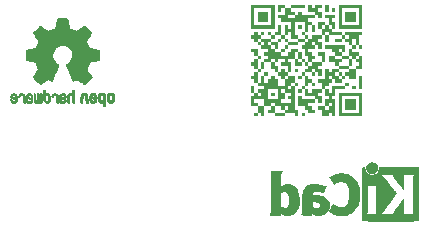
<source format=gbr>
%TF.GenerationSoftware,KiCad,Pcbnew,8.0.1*%
%TF.CreationDate,2024-05-09T21:24:45+03:00*%
%TF.ProjectId,USB_ISOLATOR,5553425f-4953-44f4-9c41-544f522e6b69,rev?*%
%TF.SameCoordinates,Original*%
%TF.FileFunction,Legend,Bot*%
%TF.FilePolarity,Positive*%
%FSLAX46Y46*%
G04 Gerber Fmt 4.6, Leading zero omitted, Abs format (unit mm)*
G04 Created by KiCad (PCBNEW 8.0.1) date 2024-05-09 21:24:45*
%MOMM*%
%LPD*%
G01*
G04 APERTURE LIST*
%ADD10C,0.010000*%
%ADD11C,0.000000*%
%ADD12C,0.100000*%
%ADD13R,1.700000X1.700000*%
%ADD14O,1.700000X1.700000*%
%ADD15C,1.000000*%
%ADD16O,4.000000X2.000000*%
%ADD17R,1.500000X1.600000*%
%ADD18C,1.600000*%
%ADD19C,3.000000*%
%ADD20C,1.750000*%
G04 APERTURE END LIST*
D10*
%TO.C,FID2*%
X159807562Y-114939650D02*
X159890313Y-114966853D01*
X159965406Y-115012284D01*
X160037298Y-115078102D01*
X160075846Y-115122367D01*
X160115256Y-115180761D01*
X160140446Y-115241386D01*
X160153861Y-115310665D01*
X160157948Y-115395022D01*
X160157669Y-115441107D01*
X160155460Y-115482250D01*
X160149894Y-115514382D01*
X160139586Y-115544922D01*
X160123148Y-115581289D01*
X160109200Y-115608528D01*
X160050665Y-115694229D01*
X159978619Y-115763417D01*
X159894947Y-115814541D01*
X159801531Y-115846050D01*
X159768434Y-115853025D01*
X159727960Y-115859894D01*
X159694999Y-115861719D01*
X159660698Y-115858747D01*
X159616200Y-115851226D01*
X159564934Y-115838802D01*
X159474434Y-115800912D01*
X159395345Y-115746636D01*
X159329528Y-115678570D01*
X159278840Y-115599311D01*
X159245140Y-115511454D01*
X159230286Y-115417595D01*
X159236136Y-115320330D01*
X159262399Y-115224020D01*
X159307418Y-115135294D01*
X159368373Y-115060219D01*
X159443184Y-115000441D01*
X159529768Y-114957609D01*
X159626043Y-114933371D01*
X159729928Y-114929376D01*
X159807562Y-114939650D01*
G36*
X159807562Y-114939650D02*
G01*
X159890313Y-114966853D01*
X159965406Y-115012284D01*
X160037298Y-115078102D01*
X160075846Y-115122367D01*
X160115256Y-115180761D01*
X160140446Y-115241386D01*
X160153861Y-115310665D01*
X160157948Y-115395022D01*
X160157669Y-115441107D01*
X160155460Y-115482250D01*
X160149894Y-115514382D01*
X160139586Y-115544922D01*
X160123148Y-115581289D01*
X160109200Y-115608528D01*
X160050665Y-115694229D01*
X159978619Y-115763417D01*
X159894947Y-115814541D01*
X159801531Y-115846050D01*
X159768434Y-115853025D01*
X159727960Y-115859894D01*
X159694999Y-115861719D01*
X159660698Y-115858747D01*
X159616200Y-115851226D01*
X159564934Y-115838802D01*
X159474434Y-115800912D01*
X159395345Y-115746636D01*
X159329528Y-115678570D01*
X159278840Y-115599311D01*
X159245140Y-115511454D01*
X159230286Y-115417595D01*
X159236136Y-115320330D01*
X159262399Y-115224020D01*
X159307418Y-115135294D01*
X159368373Y-115060219D01*
X159443184Y-115000441D01*
X159529768Y-114957609D01*
X159626043Y-114933371D01*
X159729928Y-114929376D01*
X159807562Y-114939650D01*
G37*
X157341711Y-115868833D02*
X157437268Y-115886323D01*
X157601558Y-115931364D01*
X157755589Y-115994456D01*
X157901509Y-116076715D01*
X158041466Y-116179257D01*
X158177608Y-116303199D01*
X158221473Y-116348461D01*
X158333758Y-116480665D01*
X158426972Y-116618632D01*
X158503719Y-116766550D01*
X158566603Y-116928603D01*
X158570420Y-116940191D01*
X158620507Y-117126192D01*
X158653899Y-117322321D01*
X158670584Y-117524368D01*
X158670551Y-117728125D01*
X158653791Y-117929381D01*
X158620292Y-118123928D01*
X158570044Y-118307556D01*
X158526190Y-118424853D01*
X158448348Y-118587751D01*
X158354828Y-118741666D01*
X158247822Y-118883471D01*
X158129519Y-119010039D01*
X158002111Y-119118241D01*
X157924606Y-119170920D01*
X157797725Y-119240550D01*
X157660243Y-119299268D01*
X157518716Y-119344387D01*
X157379702Y-119373222D01*
X157365597Y-119374906D01*
X157322153Y-119378234D01*
X157264723Y-119381075D01*
X157199122Y-119383173D01*
X157131167Y-119384268D01*
X157004378Y-119381940D01*
X156856673Y-119368936D01*
X156718779Y-119343933D01*
X156585014Y-119306118D01*
X156561562Y-119297689D01*
X156513612Y-119278208D01*
X156457140Y-119253273D01*
X156395379Y-119224522D01*
X156331563Y-119193590D01*
X156268926Y-119162115D01*
X156210703Y-119131734D01*
X156160127Y-119104083D01*
X156120433Y-119080799D01*
X156094854Y-119063518D01*
X156086625Y-119053879D01*
X156088076Y-119050784D01*
X156099250Y-119030879D01*
X156120134Y-118995220D01*
X156149265Y-118946259D01*
X156185181Y-118886446D01*
X156226420Y-118818233D01*
X156271517Y-118744071D01*
X156452785Y-118446808D01*
X156499315Y-118491339D01*
X156590723Y-118569665D01*
X156704334Y-118644239D01*
X156822122Y-118698274D01*
X156942559Y-118731090D01*
X157064117Y-118742011D01*
X157105585Y-118740668D01*
X157223080Y-118722412D01*
X157333089Y-118683417D01*
X157434430Y-118624470D01*
X157525921Y-118546357D01*
X157606380Y-118449864D01*
X157674627Y-118335778D01*
X157690908Y-118301524D01*
X157736982Y-118178040D01*
X157772106Y-118039718D01*
X157796197Y-117890361D01*
X157809173Y-117733773D01*
X157810949Y-117573756D01*
X157801443Y-117414114D01*
X157780572Y-117258650D01*
X157748252Y-117111166D01*
X157704399Y-116975467D01*
X157666982Y-116888876D01*
X157602185Y-116775488D01*
X157526772Y-116681870D01*
X157440418Y-116607759D01*
X157342795Y-116552894D01*
X157233577Y-116517012D01*
X157112439Y-116499851D01*
X157043038Y-116498680D01*
X156920168Y-116512941D01*
X156804664Y-116548041D01*
X156697953Y-116603482D01*
X156601464Y-116678764D01*
X156585720Y-116693240D01*
X156555150Y-116719762D01*
X156532809Y-116736938D01*
X156522691Y-116741587D01*
X156520706Y-116739397D01*
X156506241Y-116720521D01*
X156482400Y-116687197D01*
X156451029Y-116642180D01*
X156413974Y-116588225D01*
X156373083Y-116528085D01*
X156330202Y-116464518D01*
X156287178Y-116400276D01*
X156245857Y-116338115D01*
X156208086Y-116280791D01*
X156175712Y-116231057D01*
X156150582Y-116191668D01*
X156134542Y-116165380D01*
X156129439Y-116154947D01*
X156134050Y-116150741D01*
X156153267Y-116145733D01*
X156162838Y-116143186D01*
X156190809Y-116132049D01*
X156232448Y-116113602D01*
X156283995Y-116089525D01*
X156341690Y-116061499D01*
X156352957Y-116055954D01*
X156530687Y-115976689D01*
X156700490Y-115917185D01*
X156864430Y-115877045D01*
X157024571Y-115855871D01*
X157182977Y-115853266D01*
X157341711Y-115868833D01*
G36*
X157341711Y-115868833D02*
G01*
X157437268Y-115886323D01*
X157601558Y-115931364D01*
X157755589Y-115994456D01*
X157901509Y-116076715D01*
X158041466Y-116179257D01*
X158177608Y-116303199D01*
X158221473Y-116348461D01*
X158333758Y-116480665D01*
X158426972Y-116618632D01*
X158503719Y-116766550D01*
X158566603Y-116928603D01*
X158570420Y-116940191D01*
X158620507Y-117126192D01*
X158653899Y-117322321D01*
X158670584Y-117524368D01*
X158670551Y-117728125D01*
X158653791Y-117929381D01*
X158620292Y-118123928D01*
X158570044Y-118307556D01*
X158526190Y-118424853D01*
X158448348Y-118587751D01*
X158354828Y-118741666D01*
X158247822Y-118883471D01*
X158129519Y-119010039D01*
X158002111Y-119118241D01*
X157924606Y-119170920D01*
X157797725Y-119240550D01*
X157660243Y-119299268D01*
X157518716Y-119344387D01*
X157379702Y-119373222D01*
X157365597Y-119374906D01*
X157322153Y-119378234D01*
X157264723Y-119381075D01*
X157199122Y-119383173D01*
X157131167Y-119384268D01*
X157004378Y-119381940D01*
X156856673Y-119368936D01*
X156718779Y-119343933D01*
X156585014Y-119306118D01*
X156561562Y-119297689D01*
X156513612Y-119278208D01*
X156457140Y-119253273D01*
X156395379Y-119224522D01*
X156331563Y-119193590D01*
X156268926Y-119162115D01*
X156210703Y-119131734D01*
X156160127Y-119104083D01*
X156120433Y-119080799D01*
X156094854Y-119063518D01*
X156086625Y-119053879D01*
X156088076Y-119050784D01*
X156099250Y-119030879D01*
X156120134Y-118995220D01*
X156149265Y-118946259D01*
X156185181Y-118886446D01*
X156226420Y-118818233D01*
X156271517Y-118744071D01*
X156452785Y-118446808D01*
X156499315Y-118491339D01*
X156590723Y-118569665D01*
X156704334Y-118644239D01*
X156822122Y-118698274D01*
X156942559Y-118731090D01*
X157064117Y-118742011D01*
X157105585Y-118740668D01*
X157223080Y-118722412D01*
X157333089Y-118683417D01*
X157434430Y-118624470D01*
X157525921Y-118546357D01*
X157606380Y-118449864D01*
X157674627Y-118335778D01*
X157690908Y-118301524D01*
X157736982Y-118178040D01*
X157772106Y-118039718D01*
X157796197Y-117890361D01*
X157809173Y-117733773D01*
X157810949Y-117573756D01*
X157801443Y-117414114D01*
X157780572Y-117258650D01*
X157748252Y-117111166D01*
X157704399Y-116975467D01*
X157666982Y-116888876D01*
X157602185Y-116775488D01*
X157526772Y-116681870D01*
X157440418Y-116607759D01*
X157342795Y-116552894D01*
X157233577Y-116517012D01*
X157112439Y-116499851D01*
X157043038Y-116498680D01*
X156920168Y-116512941D01*
X156804664Y-116548041D01*
X156697953Y-116603482D01*
X156601464Y-116678764D01*
X156585720Y-116693240D01*
X156555150Y-116719762D01*
X156532809Y-116736938D01*
X156522691Y-116741587D01*
X156520706Y-116739397D01*
X156506241Y-116720521D01*
X156482400Y-116687197D01*
X156451029Y-116642180D01*
X156413974Y-116588225D01*
X156373083Y-116528085D01*
X156330202Y-116464518D01*
X156287178Y-116400276D01*
X156245857Y-116338115D01*
X156208086Y-116280791D01*
X156175712Y-116231057D01*
X156150582Y-116191668D01*
X156134542Y-116165380D01*
X156129439Y-116154947D01*
X156134050Y-116150741D01*
X156153267Y-116145733D01*
X156162838Y-116143186D01*
X156190809Y-116132049D01*
X156232448Y-116113602D01*
X156283995Y-116089525D01*
X156341690Y-116061499D01*
X156352957Y-116055954D01*
X156530687Y-115976689D01*
X156700490Y-115917185D01*
X156864430Y-115877045D01*
X157024571Y-115855871D01*
X157182977Y-115853266D01*
X157341711Y-115868833D01*
G37*
X153538994Y-118149511D02*
X153538268Y-118226958D01*
X153529689Y-118378394D01*
X153510833Y-118515083D01*
X153480837Y-118641076D01*
X153438836Y-118760425D01*
X153383969Y-118877181D01*
X153317167Y-118987979D01*
X153226363Y-119101539D01*
X153122708Y-119197011D01*
X153006887Y-119273873D01*
X152879586Y-119331597D01*
X152741489Y-119369658D01*
X152703793Y-119375466D01*
X152624752Y-119381196D01*
X152536629Y-119381383D01*
X152447236Y-119376339D01*
X152364384Y-119366378D01*
X152295887Y-119351812D01*
X152265035Y-119342164D01*
X152187730Y-119311923D01*
X152110679Y-119274417D01*
X152041200Y-119233414D01*
X151986615Y-119192679D01*
X151963916Y-119173305D01*
X151941201Y-119155462D01*
X151929779Y-119148578D01*
X151928537Y-119150224D01*
X151925728Y-119168005D01*
X151923776Y-119201170D01*
X151923045Y-119244533D01*
X151923045Y-119340489D01*
X151064896Y-119340489D01*
X151099161Y-119279774D01*
X151104355Y-119270668D01*
X151112715Y-119256049D01*
X151120288Y-119241973D01*
X151127112Y-119227340D01*
X151133227Y-119211049D01*
X151138673Y-119191998D01*
X151143487Y-119169086D01*
X151147708Y-119141213D01*
X151151377Y-119107278D01*
X151154531Y-119066179D01*
X151157211Y-119016815D01*
X151159454Y-118958086D01*
X151161299Y-118888890D01*
X151162787Y-118808126D01*
X151163955Y-118714694D01*
X151164678Y-118627521D01*
X151968200Y-118627521D01*
X152038756Y-118673889D01*
X152079417Y-118697591D01*
X152133546Y-118723439D01*
X152182689Y-118741629D01*
X152246165Y-118757351D01*
X152342331Y-118768341D01*
X152426900Y-118760165D01*
X152500219Y-118732605D01*
X152562637Y-118685442D01*
X152614502Y-118618458D01*
X152656160Y-118531433D01*
X152687962Y-118424150D01*
X152690545Y-118411809D01*
X152699000Y-118350572D01*
X152704663Y-118273492D01*
X152707576Y-118185802D01*
X152707783Y-118092734D01*
X152705330Y-117999520D01*
X152700261Y-117911394D01*
X152692619Y-117833588D01*
X152682448Y-117771333D01*
X152681167Y-117765466D01*
X152652126Y-117654921D01*
X152617610Y-117564375D01*
X152576456Y-117491753D01*
X152527499Y-117434981D01*
X152469574Y-117391984D01*
X152437620Y-117376415D01*
X152364784Y-117357522D01*
X152283443Y-117354265D01*
X152198319Y-117366189D01*
X152114133Y-117392840D01*
X152035608Y-117433762D01*
X151968200Y-117477330D01*
X151968200Y-118627521D01*
X151164678Y-118627521D01*
X151164844Y-118607492D01*
X151165491Y-118485420D01*
X151165936Y-118347376D01*
X151166218Y-118192259D01*
X151166375Y-118018968D01*
X151166448Y-117826403D01*
X151166474Y-117613462D01*
X151166493Y-117379045D01*
X151166689Y-115694178D01*
X152072017Y-115694178D01*
X152047585Y-115730867D01*
X152041318Y-115740447D01*
X152015208Y-115786781D01*
X151997469Y-115833902D01*
X151985908Y-115889051D01*
X151978331Y-115959467D01*
X151977839Y-115966450D01*
X151976062Y-116004441D01*
X151974444Y-116058376D01*
X151972999Y-116125503D01*
X151971740Y-116203071D01*
X151970680Y-116288328D01*
X151969829Y-116378524D01*
X151969203Y-116470907D01*
X151968812Y-116562725D01*
X151968670Y-116651227D01*
X151968790Y-116733662D01*
X151969183Y-116807279D01*
X151969862Y-116869326D01*
X151970841Y-116917051D01*
X151972132Y-116947704D01*
X151973747Y-116958533D01*
X151981957Y-116954133D01*
X152003647Y-116939162D01*
X152033014Y-116917248D01*
X152081879Y-116883036D01*
X152170125Y-116836514D01*
X152268916Y-116802846D01*
X152381510Y-116781031D01*
X152511164Y-116770065D01*
X152603670Y-116769019D01*
X152725011Y-116778814D01*
X152835099Y-116802974D01*
X152938389Y-116842585D01*
X153039338Y-116898732D01*
X153084503Y-116929683D01*
X153189911Y-117020915D01*
X153281538Y-117129906D01*
X153359332Y-117256526D01*
X153423241Y-117400645D01*
X153473214Y-117562132D01*
X153509198Y-117740859D01*
X153531143Y-117936695D01*
X153536900Y-118092734D01*
X153538994Y-118149511D01*
G36*
X153538994Y-118149511D02*
G01*
X153538268Y-118226958D01*
X153529689Y-118378394D01*
X153510833Y-118515083D01*
X153480837Y-118641076D01*
X153438836Y-118760425D01*
X153383969Y-118877181D01*
X153317167Y-118987979D01*
X153226363Y-119101539D01*
X153122708Y-119197011D01*
X153006887Y-119273873D01*
X152879586Y-119331597D01*
X152741489Y-119369658D01*
X152703793Y-119375466D01*
X152624752Y-119381196D01*
X152536629Y-119381383D01*
X152447236Y-119376339D01*
X152364384Y-119366378D01*
X152295887Y-119351812D01*
X152265035Y-119342164D01*
X152187730Y-119311923D01*
X152110679Y-119274417D01*
X152041200Y-119233414D01*
X151986615Y-119192679D01*
X151963916Y-119173305D01*
X151941201Y-119155462D01*
X151929779Y-119148578D01*
X151928537Y-119150224D01*
X151925728Y-119168005D01*
X151923776Y-119201170D01*
X151923045Y-119244533D01*
X151923045Y-119340489D01*
X151064896Y-119340489D01*
X151099161Y-119279774D01*
X151104355Y-119270668D01*
X151112715Y-119256049D01*
X151120288Y-119241973D01*
X151127112Y-119227340D01*
X151133227Y-119211049D01*
X151138673Y-119191998D01*
X151143487Y-119169086D01*
X151147708Y-119141213D01*
X151151377Y-119107278D01*
X151154531Y-119066179D01*
X151157211Y-119016815D01*
X151159454Y-118958086D01*
X151161299Y-118888890D01*
X151162787Y-118808126D01*
X151163955Y-118714694D01*
X151164678Y-118627521D01*
X151968200Y-118627521D01*
X152038756Y-118673889D01*
X152079417Y-118697591D01*
X152133546Y-118723439D01*
X152182689Y-118741629D01*
X152246165Y-118757351D01*
X152342331Y-118768341D01*
X152426900Y-118760165D01*
X152500219Y-118732605D01*
X152562637Y-118685442D01*
X152614502Y-118618458D01*
X152656160Y-118531433D01*
X152687962Y-118424150D01*
X152690545Y-118411809D01*
X152699000Y-118350572D01*
X152704663Y-118273492D01*
X152707576Y-118185802D01*
X152707783Y-118092734D01*
X152705330Y-117999520D01*
X152700261Y-117911394D01*
X152692619Y-117833588D01*
X152682448Y-117771333D01*
X152681167Y-117765466D01*
X152652126Y-117654921D01*
X152617610Y-117564375D01*
X152576456Y-117491753D01*
X152527499Y-117434981D01*
X152469574Y-117391984D01*
X152437620Y-117376415D01*
X152364784Y-117357522D01*
X152283443Y-117354265D01*
X152198319Y-117366189D01*
X152114133Y-117392840D01*
X152035608Y-117433762D01*
X151968200Y-117477330D01*
X151968200Y-118627521D01*
X151164678Y-118627521D01*
X151164844Y-118607492D01*
X151165491Y-118485420D01*
X151165936Y-118347376D01*
X151166218Y-118192259D01*
X151166375Y-118018968D01*
X151166448Y-117826403D01*
X151166474Y-117613462D01*
X151166493Y-117379045D01*
X151166689Y-115694178D01*
X152072017Y-115694178D01*
X152047585Y-115730867D01*
X152041318Y-115740447D01*
X152015208Y-115786781D01*
X151997469Y-115833902D01*
X151985908Y-115889051D01*
X151978331Y-115959467D01*
X151977839Y-115966450D01*
X151976062Y-116004441D01*
X151974444Y-116058376D01*
X151972999Y-116125503D01*
X151971740Y-116203071D01*
X151970680Y-116288328D01*
X151969829Y-116378524D01*
X151969203Y-116470907D01*
X151968812Y-116562725D01*
X151968670Y-116651227D01*
X151968790Y-116733662D01*
X151969183Y-116807279D01*
X151969862Y-116869326D01*
X151970841Y-116917051D01*
X151972132Y-116947704D01*
X151973747Y-116958533D01*
X151981957Y-116954133D01*
X152003647Y-116939162D01*
X152033014Y-116917248D01*
X152081879Y-116883036D01*
X152170125Y-116836514D01*
X152268916Y-116802846D01*
X152381510Y-116781031D01*
X152511164Y-116770065D01*
X152603670Y-116769019D01*
X152725011Y-116778814D01*
X152835099Y-116802974D01*
X152938389Y-116842585D01*
X153039338Y-116898732D01*
X153084503Y-116929683D01*
X153189911Y-117020915D01*
X153281538Y-117129906D01*
X153359332Y-117256526D01*
X153423241Y-117400645D01*
X153473214Y-117562132D01*
X153509198Y-117740859D01*
X153531143Y-117936695D01*
X153536900Y-118092734D01*
X153538994Y-118149511D01*
G37*
X156080755Y-118550267D02*
X156080261Y-118584163D01*
X156076632Y-118659002D01*
X156069022Y-118721201D01*
X156056688Y-118777784D01*
X156012313Y-118903876D01*
X155949400Y-119018479D01*
X155869238Y-119119368D01*
X155772740Y-119205724D01*
X155660822Y-119276732D01*
X155534397Y-119331576D01*
X155394378Y-119369438D01*
X155358149Y-119375151D01*
X155279155Y-119381113D01*
X155190841Y-119381446D01*
X155101075Y-119376459D01*
X155017722Y-119366466D01*
X154948651Y-119351778D01*
X154862187Y-119321549D01*
X154752286Y-119266857D01*
X154654956Y-119199343D01*
X154592867Y-119148356D01*
X154589605Y-119244422D01*
X154586343Y-119340489D01*
X154163450Y-119340489D01*
X154152543Y-119340486D01*
X154058056Y-119340180D01*
X153971331Y-119339416D01*
X153894837Y-119338251D01*
X153831043Y-119336742D01*
X153782418Y-119334947D01*
X153751433Y-119332921D01*
X153740556Y-119330722D01*
X153740578Y-119330263D01*
X153747614Y-119314710D01*
X153763434Y-119291871D01*
X153767734Y-119286438D01*
X153778777Y-119272406D01*
X153788311Y-119258986D01*
X153796461Y-119244522D01*
X153803352Y-119227356D01*
X153809111Y-119205834D01*
X153813862Y-119178298D01*
X153817731Y-119143092D01*
X153820844Y-119098560D01*
X153823325Y-119043046D01*
X153825300Y-118974893D01*
X153826894Y-118892445D01*
X153828234Y-118794046D01*
X153829444Y-118678039D01*
X153829896Y-118627262D01*
X154632378Y-118627262D01*
X154677048Y-118683773D01*
X154689785Y-118699012D01*
X154736604Y-118741644D01*
X154797255Y-118777472D01*
X154807897Y-118782650D01*
X154846676Y-118799545D01*
X154881692Y-118809709D01*
X154921722Y-118815125D01*
X154975541Y-118817778D01*
X154993648Y-118818183D01*
X155069011Y-118815340D01*
X155129743Y-118803420D01*
X155181452Y-118780837D01*
X155229746Y-118746011D01*
X155234803Y-118741598D01*
X155283272Y-118685960D01*
X155311459Y-118622133D01*
X155320752Y-118547082D01*
X155313520Y-118475493D01*
X155288796Y-118412445D01*
X155244249Y-118354558D01*
X155189319Y-118307608D01*
X155116894Y-118267761D01*
X155030340Y-118240063D01*
X154927670Y-118223896D01*
X154806894Y-118218642D01*
X154798007Y-118218657D01*
X154742660Y-118219455D01*
X154695736Y-118221288D01*
X154661953Y-118223911D01*
X154646028Y-118227074D01*
X154641943Y-118233541D01*
X154637572Y-118255675D01*
X154634604Y-118294788D01*
X154632914Y-118352739D01*
X154632378Y-118431386D01*
X154632378Y-118627262D01*
X153829896Y-118627262D01*
X153830649Y-118542768D01*
X153831975Y-118386578D01*
X153833228Y-118243812D01*
X153834651Y-118098742D01*
X153836176Y-117972827D01*
X153837933Y-117864236D01*
X153840051Y-117771134D01*
X153842660Y-117691691D01*
X153845890Y-117624073D01*
X153849869Y-117566449D01*
X153854728Y-117516985D01*
X153860597Y-117473850D01*
X153867604Y-117435210D01*
X153875880Y-117399234D01*
X153885554Y-117364089D01*
X153896756Y-117327942D01*
X153909616Y-117288961D01*
X153925090Y-117245891D01*
X153967994Y-117153671D01*
X154021735Y-117073899D01*
X154090576Y-116999765D01*
X154168185Y-116936205D01*
X154272761Y-116874525D01*
X154392244Y-116827002D01*
X154527508Y-116793367D01*
X154679426Y-116773352D01*
X154848872Y-116766689D01*
X154906890Y-116767087D01*
X154972398Y-116769135D01*
X155033693Y-116773504D01*
X155095097Y-116780835D01*
X155160932Y-116791769D01*
X155235520Y-116806947D01*
X155323184Y-116827009D01*
X155428245Y-116852597D01*
X155456806Y-116859620D01*
X155532054Y-116877576D01*
X155602388Y-116893620D01*
X155663567Y-116906828D01*
X155711354Y-116916274D01*
X155741511Y-116921031D01*
X155769783Y-116924710D01*
X155796060Y-116929987D01*
X155806059Y-116934742D01*
X155802952Y-116943581D01*
X155792194Y-116970872D01*
X155774864Y-117013706D01*
X155752126Y-117069225D01*
X155725147Y-117134572D01*
X155695090Y-117206889D01*
X155688493Y-117222679D01*
X155649907Y-117313284D01*
X155618768Y-117383017D01*
X155594917Y-117432205D01*
X155578198Y-117461174D01*
X155568454Y-117470252D01*
X155560766Y-117468205D01*
X155534415Y-117458560D01*
X155495982Y-117442990D01*
X155450822Y-117423615D01*
X155356293Y-117385614D01*
X155219480Y-117344580D01*
X155078289Y-117319412D01*
X155040314Y-117315411D01*
X154937059Y-117313247D01*
X154849952Y-117326422D01*
X154778129Y-117355556D01*
X154720731Y-117401266D01*
X154676896Y-117464172D01*
X154645762Y-117544892D01*
X154626470Y-117644045D01*
X154619050Y-117703024D01*
X154780936Y-117696245D01*
X154907495Y-117694613D01*
X155058951Y-117700994D01*
X155207396Y-117715577D01*
X155343578Y-117737682D01*
X155408245Y-117752621D01*
X155540490Y-117795541D01*
X155662762Y-117852140D01*
X155772685Y-117920817D01*
X155867883Y-117999970D01*
X155945980Y-118087996D01*
X156004599Y-118183293D01*
X156028595Y-118235664D01*
X156054232Y-118306390D01*
X156070478Y-118377612D01*
X156078822Y-118456512D01*
X156080690Y-118547082D01*
X156080755Y-118550267D01*
G36*
X156080755Y-118550267D02*
G01*
X156080261Y-118584163D01*
X156076632Y-118659002D01*
X156069022Y-118721201D01*
X156056688Y-118777784D01*
X156012313Y-118903876D01*
X155949400Y-119018479D01*
X155869238Y-119119368D01*
X155772740Y-119205724D01*
X155660822Y-119276732D01*
X155534397Y-119331576D01*
X155394378Y-119369438D01*
X155358149Y-119375151D01*
X155279155Y-119381113D01*
X155190841Y-119381446D01*
X155101075Y-119376459D01*
X155017722Y-119366466D01*
X154948651Y-119351778D01*
X154862187Y-119321549D01*
X154752286Y-119266857D01*
X154654956Y-119199343D01*
X154592867Y-119148356D01*
X154589605Y-119244422D01*
X154586343Y-119340489D01*
X154163450Y-119340489D01*
X154152543Y-119340486D01*
X154058056Y-119340180D01*
X153971331Y-119339416D01*
X153894837Y-119338251D01*
X153831043Y-119336742D01*
X153782418Y-119334947D01*
X153751433Y-119332921D01*
X153740556Y-119330722D01*
X153740578Y-119330263D01*
X153747614Y-119314710D01*
X153763434Y-119291871D01*
X153767734Y-119286438D01*
X153778777Y-119272406D01*
X153788311Y-119258986D01*
X153796461Y-119244522D01*
X153803352Y-119227356D01*
X153809111Y-119205834D01*
X153813862Y-119178298D01*
X153817731Y-119143092D01*
X153820844Y-119098560D01*
X153823325Y-119043046D01*
X153825300Y-118974893D01*
X153826894Y-118892445D01*
X153828234Y-118794046D01*
X153829444Y-118678039D01*
X153829896Y-118627262D01*
X154632378Y-118627262D01*
X154677048Y-118683773D01*
X154689785Y-118699012D01*
X154736604Y-118741644D01*
X154797255Y-118777472D01*
X154807897Y-118782650D01*
X154846676Y-118799545D01*
X154881692Y-118809709D01*
X154921722Y-118815125D01*
X154975541Y-118817778D01*
X154993648Y-118818183D01*
X155069011Y-118815340D01*
X155129743Y-118803420D01*
X155181452Y-118780837D01*
X155229746Y-118746011D01*
X155234803Y-118741598D01*
X155283272Y-118685960D01*
X155311459Y-118622133D01*
X155320752Y-118547082D01*
X155313520Y-118475493D01*
X155288796Y-118412445D01*
X155244249Y-118354558D01*
X155189319Y-118307608D01*
X155116894Y-118267761D01*
X155030340Y-118240063D01*
X154927670Y-118223896D01*
X154806894Y-118218642D01*
X154798007Y-118218657D01*
X154742660Y-118219455D01*
X154695736Y-118221288D01*
X154661953Y-118223911D01*
X154646028Y-118227074D01*
X154641943Y-118233541D01*
X154637572Y-118255675D01*
X154634604Y-118294788D01*
X154632914Y-118352739D01*
X154632378Y-118431386D01*
X154632378Y-118627262D01*
X153829896Y-118627262D01*
X153830649Y-118542768D01*
X153831975Y-118386578D01*
X153833228Y-118243812D01*
X153834651Y-118098742D01*
X153836176Y-117972827D01*
X153837933Y-117864236D01*
X153840051Y-117771134D01*
X153842660Y-117691691D01*
X153845890Y-117624073D01*
X153849869Y-117566449D01*
X153854728Y-117516985D01*
X153860597Y-117473850D01*
X153867604Y-117435210D01*
X153875880Y-117399234D01*
X153885554Y-117364089D01*
X153896756Y-117327942D01*
X153909616Y-117288961D01*
X153925090Y-117245891D01*
X153967994Y-117153671D01*
X154021735Y-117073899D01*
X154090576Y-116999765D01*
X154168185Y-116936205D01*
X154272761Y-116874525D01*
X154392244Y-116827002D01*
X154527508Y-116793367D01*
X154679426Y-116773352D01*
X154848872Y-116766689D01*
X154906890Y-116767087D01*
X154972398Y-116769135D01*
X155033693Y-116773504D01*
X155095097Y-116780835D01*
X155160932Y-116791769D01*
X155235520Y-116806947D01*
X155323184Y-116827009D01*
X155428245Y-116852597D01*
X155456806Y-116859620D01*
X155532054Y-116877576D01*
X155602388Y-116893620D01*
X155663567Y-116906828D01*
X155711354Y-116916274D01*
X155741511Y-116921031D01*
X155769783Y-116924710D01*
X155796060Y-116929987D01*
X155806059Y-116934742D01*
X155802952Y-116943581D01*
X155792194Y-116970872D01*
X155774864Y-117013706D01*
X155752126Y-117069225D01*
X155725147Y-117134572D01*
X155695090Y-117206889D01*
X155688493Y-117222679D01*
X155649907Y-117313284D01*
X155618768Y-117383017D01*
X155594917Y-117432205D01*
X155578198Y-117461174D01*
X155568454Y-117470252D01*
X155560766Y-117468205D01*
X155534415Y-117458560D01*
X155495982Y-117442990D01*
X155450822Y-117423615D01*
X155356293Y-117385614D01*
X155219480Y-117344580D01*
X155078289Y-117319412D01*
X155040314Y-117315411D01*
X154937059Y-117313247D01*
X154849952Y-117326422D01*
X154778129Y-117355556D01*
X154720731Y-117401266D01*
X154676896Y-117464172D01*
X154645762Y-117544892D01*
X154626470Y-117644045D01*
X154619050Y-117703024D01*
X154780936Y-117696245D01*
X154907495Y-117694613D01*
X155058951Y-117700994D01*
X155207396Y-117715577D01*
X155343578Y-117737682D01*
X155408245Y-117752621D01*
X155540490Y-117795541D01*
X155662762Y-117852140D01*
X155772685Y-117920817D01*
X155867883Y-117999970D01*
X155945980Y-118087996D01*
X156004599Y-118183293D01*
X156028595Y-118235664D01*
X156054232Y-118306390D01*
X156070478Y-118377612D01*
X156078822Y-118456512D01*
X156080690Y-118547082D01*
X156080755Y-118550267D01*
G37*
X163628614Y-116018592D02*
X163629059Y-116149811D01*
X163629362Y-116297016D01*
X163629548Y-116461149D01*
X163629642Y-116643152D01*
X163629671Y-116843965D01*
X163629661Y-117064532D01*
X163629636Y-117305792D01*
X163629622Y-117568689D01*
X163629622Y-117610840D01*
X163629646Y-117871468D01*
X163629685Y-118110596D01*
X163629708Y-118329160D01*
X163629687Y-118528095D01*
X163629593Y-118708335D01*
X163629395Y-118870815D01*
X163629063Y-119016470D01*
X163628569Y-119146234D01*
X163627883Y-119261043D01*
X163626976Y-119361830D01*
X163625817Y-119449530D01*
X163624378Y-119525079D01*
X163622629Y-119589411D01*
X163620540Y-119643461D01*
X163618083Y-119688163D01*
X163615227Y-119724452D01*
X163611943Y-119753263D01*
X163608202Y-119775531D01*
X163603974Y-119792190D01*
X163599229Y-119804175D01*
X163593939Y-119812421D01*
X163588073Y-119817862D01*
X163581602Y-119821434D01*
X163574497Y-119824070D01*
X163566728Y-119826706D01*
X163558266Y-119830277D01*
X163553908Y-119831945D01*
X163545395Y-119833911D01*
X163532694Y-119835711D01*
X163514885Y-119837355D01*
X163491049Y-119838847D01*
X163460266Y-119840197D01*
X163421617Y-119841411D01*
X163374182Y-119842497D01*
X163317043Y-119843461D01*
X163249279Y-119844311D01*
X163169971Y-119845053D01*
X163078199Y-119845697D01*
X162973044Y-119846247D01*
X162853587Y-119846713D01*
X162718908Y-119847100D01*
X162568088Y-119847416D01*
X162400206Y-119847669D01*
X162214345Y-119847866D01*
X162009583Y-119848013D01*
X161785002Y-119848118D01*
X161539682Y-119848189D01*
X161272704Y-119848232D01*
X161234321Y-119848237D01*
X160968922Y-119848280D01*
X160725050Y-119848325D01*
X160501783Y-119848348D01*
X160298196Y-119848324D01*
X160113367Y-119848230D01*
X159946373Y-119848043D01*
X159796290Y-119847739D01*
X159662196Y-119847294D01*
X159543166Y-119846685D01*
X159438279Y-119845889D01*
X159346610Y-119844880D01*
X159267237Y-119843637D01*
X159199237Y-119842135D01*
X159141686Y-119840351D01*
X159093662Y-119838261D01*
X159054240Y-119835842D01*
X159022499Y-119833070D01*
X158997514Y-119829921D01*
X158978364Y-119826372D01*
X158964123Y-119822398D01*
X158953871Y-119817978D01*
X158946682Y-119813086D01*
X158941635Y-119807700D01*
X158937805Y-119801796D01*
X158934271Y-119795349D01*
X158930108Y-119788337D01*
X158929025Y-119786487D01*
X158926813Y-119780980D01*
X158924786Y-119772668D01*
X158922938Y-119760609D01*
X158921261Y-119743863D01*
X158919745Y-119721487D01*
X158918383Y-119692540D01*
X158917167Y-119656080D01*
X158916089Y-119611167D01*
X158915140Y-119556857D01*
X158914312Y-119492210D01*
X158913597Y-119416284D01*
X158912987Y-119328138D01*
X158912942Y-119319293D01*
X159204378Y-119319293D01*
X159208260Y-119320565D01*
X159231520Y-119322591D01*
X159273874Y-119324426D01*
X159333132Y-119326027D01*
X159407107Y-119327349D01*
X159493610Y-119328348D01*
X159590452Y-119328980D01*
X159695445Y-119329200D01*
X160393651Y-119329200D01*
X161548090Y-119329200D01*
X161547456Y-119253000D01*
X161548574Y-119210960D01*
X161554304Y-119175134D01*
X161566890Y-119137572D01*
X161588568Y-119089377D01*
X161591789Y-119082697D01*
X161617188Y-119033159D01*
X161643996Y-118985169D01*
X161666917Y-118948266D01*
X161671485Y-118941634D01*
X161693516Y-118910393D01*
X161725693Y-118865454D01*
X161766457Y-118808947D01*
X161814245Y-118743004D01*
X161867498Y-118669757D01*
X161924655Y-118591336D01*
X161984155Y-118509872D01*
X162044437Y-118427498D01*
X162103940Y-118346344D01*
X162161105Y-118268542D01*
X162214370Y-118196223D01*
X162262174Y-118131518D01*
X162302957Y-118076559D01*
X162335158Y-118033476D01*
X162357216Y-118004402D01*
X162367571Y-117991467D01*
X162372044Y-117987151D01*
X162376236Y-117985112D01*
X162379643Y-117987726D01*
X162382325Y-117996786D01*
X162384341Y-118014085D01*
X162385748Y-118041414D01*
X162386605Y-118080565D01*
X162386970Y-118133333D01*
X162386903Y-118201507D01*
X162386460Y-118286882D01*
X162385702Y-118391249D01*
X162384685Y-118516400D01*
X162384308Y-118561100D01*
X162383169Y-118682195D01*
X162381972Y-118783488D01*
X162380636Y-118867062D01*
X162379077Y-118935004D01*
X162377215Y-118989399D01*
X162374966Y-119032332D01*
X162372248Y-119065889D01*
X162368979Y-119092155D01*
X162365078Y-119113216D01*
X162360461Y-119131157D01*
X162352192Y-119157570D01*
X162328583Y-119219572D01*
X162302685Y-119272373D01*
X162277535Y-119309445D01*
X162276339Y-119310875D01*
X162274168Y-119315224D01*
X162276328Y-119318826D01*
X162284644Y-119321751D01*
X162300940Y-119324069D01*
X162327041Y-119325851D01*
X162364771Y-119327167D01*
X162415956Y-119328086D01*
X162482420Y-119328678D01*
X162565987Y-119329015D01*
X162668483Y-119329165D01*
X162791732Y-119329200D01*
X163323296Y-119329200D01*
X163284523Y-119271583D01*
X163278432Y-119262693D01*
X163267976Y-119247869D01*
X163258579Y-119234222D01*
X163250183Y-119220565D01*
X163242733Y-119205711D01*
X163236173Y-119188470D01*
X163230446Y-119167655D01*
X163225495Y-119142080D01*
X163221266Y-119110555D01*
X163217701Y-119071893D01*
X163214744Y-119024907D01*
X163212340Y-118968408D01*
X163210431Y-118901209D01*
X163208962Y-118822122D01*
X163207876Y-118729960D01*
X163207118Y-118623534D01*
X163206630Y-118501657D01*
X163206358Y-118363141D01*
X163206243Y-118206799D01*
X163206231Y-118031442D01*
X163206265Y-117835882D01*
X163206289Y-117618933D01*
X163206280Y-117496313D01*
X163206243Y-117291247D01*
X163206227Y-117106916D01*
X163206288Y-116942134D01*
X163206484Y-116795716D01*
X163206870Y-116666474D01*
X163207505Y-116553222D01*
X163208444Y-116454775D01*
X163209745Y-116369944D01*
X163211464Y-116297544D01*
X163213659Y-116236389D01*
X163216385Y-116185292D01*
X163219701Y-116143067D01*
X163223662Y-116108527D01*
X163228325Y-116080486D01*
X163233747Y-116057758D01*
X163239986Y-116039156D01*
X163247097Y-116023493D01*
X163255138Y-116009584D01*
X163264166Y-115996241D01*
X163274236Y-115982279D01*
X163285407Y-115966511D01*
X163325197Y-115908667D01*
X162265314Y-115908667D01*
X162303311Y-115971766D01*
X162317993Y-115996805D01*
X162332531Y-116024386D01*
X162344627Y-116052500D01*
X162354532Y-116083351D01*
X162362494Y-116119144D01*
X162368761Y-116162083D01*
X162373582Y-116214374D01*
X162377206Y-116278219D01*
X162379881Y-116355825D01*
X162381857Y-116449394D01*
X162383382Y-116561133D01*
X162384704Y-116693245D01*
X162385613Y-116813234D01*
X162386020Y-116929863D01*
X162385767Y-117025331D01*
X162384857Y-117099356D01*
X162383293Y-117151655D01*
X162381079Y-117181949D01*
X162378220Y-117189956D01*
X162375161Y-117186658D01*
X162357006Y-117165208D01*
X162327275Y-117128689D01*
X162287639Y-117079242D01*
X162239771Y-117019007D01*
X162185343Y-116950127D01*
X162126027Y-116874743D01*
X162063495Y-116794996D01*
X161999421Y-116713028D01*
X161935475Y-116630980D01*
X161873331Y-116550994D01*
X161814661Y-116475211D01*
X161761137Y-116405773D01*
X161714430Y-116344821D01*
X161676214Y-116294496D01*
X161648161Y-116256940D01*
X161631943Y-116234295D01*
X161586635Y-116162012D01*
X161546661Y-116082263D01*
X161525130Y-116013988D01*
X161521827Y-115956644D01*
X161527116Y-115908667D01*
X160395356Y-115908917D01*
X160434867Y-115939522D01*
X160444248Y-115946889D01*
X160507183Y-116001238D01*
X160575997Y-116069059D01*
X160652596Y-116152316D01*
X160738888Y-116252978D01*
X160756052Y-116273647D01*
X160796833Y-116323209D01*
X160846588Y-116384126D01*
X160903955Y-116454698D01*
X160967569Y-116533224D01*
X161036069Y-116618004D01*
X161108090Y-116707337D01*
X161182270Y-116799522D01*
X161197517Y-116818502D01*
X161257246Y-116892860D01*
X161331653Y-116985648D01*
X161404131Y-117076188D01*
X161473314Y-117162778D01*
X161537841Y-117243718D01*
X161596347Y-117317306D01*
X161647470Y-117381844D01*
X161689847Y-117435629D01*
X161722115Y-117476962D01*
X161742910Y-117504142D01*
X161750869Y-117515468D01*
X161749111Y-117519571D01*
X161736230Y-117540134D01*
X161711885Y-117576361D01*
X161677247Y-117626624D01*
X161633486Y-117689292D01*
X161581775Y-117762736D01*
X161523284Y-117845327D01*
X161459184Y-117935436D01*
X161390646Y-118031431D01*
X161318843Y-118131685D01*
X161244944Y-118234568D01*
X161170121Y-118338450D01*
X161095545Y-118441701D01*
X161022387Y-118542692D01*
X160951819Y-118639794D01*
X160885011Y-118731377D01*
X160823135Y-118815811D01*
X160767361Y-118891467D01*
X160718862Y-118956716D01*
X160678807Y-119009928D01*
X160648369Y-119049473D01*
X160627944Y-119074826D01*
X160581899Y-119129095D01*
X160531612Y-119185575D01*
X160484815Y-119235469D01*
X160393651Y-119329200D01*
X159695445Y-119329200D01*
X159764356Y-119329149D01*
X159862607Y-119328891D01*
X159952030Y-119328437D01*
X160030333Y-119327810D01*
X160095223Y-119327035D01*
X160144411Y-119326135D01*
X160175604Y-119325134D01*
X160186511Y-119324057D01*
X160185322Y-119320837D01*
X160175176Y-119303252D01*
X160158040Y-119276958D01*
X160149540Y-119264491D01*
X160140329Y-119250422D01*
X160132233Y-119236151D01*
X160125185Y-119220279D01*
X160119117Y-119201409D01*
X160113961Y-119178141D01*
X160109651Y-119149078D01*
X160106119Y-119112821D01*
X160103297Y-119067970D01*
X160101118Y-119013128D01*
X160099514Y-118946897D01*
X160098419Y-118867877D01*
X160097765Y-118774671D01*
X160097484Y-118665879D01*
X160097509Y-118540103D01*
X160097772Y-118395945D01*
X160098206Y-118232007D01*
X160098745Y-118046889D01*
X160099279Y-117868032D01*
X160099805Y-117709174D01*
X160100350Y-117570116D01*
X160100945Y-117449465D01*
X160101619Y-117345828D01*
X160102403Y-117257811D01*
X160103326Y-117184023D01*
X160104419Y-117123069D01*
X160105712Y-117073557D01*
X160107235Y-117034093D01*
X160109019Y-117003284D01*
X160111092Y-116979738D01*
X160113486Y-116962060D01*
X160116230Y-116948859D01*
X160119356Y-116938740D01*
X160122892Y-116930311D01*
X160126791Y-116922175D01*
X160146438Y-116885344D01*
X160165225Y-116855191D01*
X160166272Y-116853708D01*
X160180602Y-116831459D01*
X160186511Y-116818502D01*
X160185504Y-116818049D01*
X160168305Y-116816603D01*
X160131656Y-116815280D01*
X160077962Y-116814116D01*
X160009630Y-116813147D01*
X159929064Y-116812411D01*
X159838670Y-116811942D01*
X159740853Y-116811778D01*
X159295195Y-116811778D01*
X159292120Y-117988645D01*
X159289045Y-119165511D01*
X159262407Y-119224422D01*
X159250485Y-119248983D01*
X159233246Y-119279234D01*
X159220074Y-119296360D01*
X159212076Y-119304391D01*
X159204378Y-119319293D01*
X158912942Y-119319293D01*
X158912474Y-119226829D01*
X158912050Y-119111417D01*
X158911706Y-118980960D01*
X158911434Y-118834516D01*
X158911227Y-118671144D01*
X158911076Y-118489901D01*
X158910972Y-118289848D01*
X158910908Y-118070041D01*
X158910876Y-117829539D01*
X158910867Y-117567402D01*
X158910867Y-115375831D01*
X158949249Y-115337449D01*
X158976355Y-115313711D01*
X159003253Y-115301911D01*
X159039560Y-115299067D01*
X159091489Y-115299067D01*
X159091489Y-115387006D01*
X159093427Y-115436902D01*
X159112199Y-115547323D01*
X159149217Y-115648787D01*
X159202369Y-115739952D01*
X159269546Y-115819473D01*
X159348638Y-115886005D01*
X159437534Y-115938206D01*
X159534125Y-115974730D01*
X159636300Y-115994234D01*
X159741950Y-115995373D01*
X159848964Y-115976805D01*
X159955232Y-115937184D01*
X160052219Y-115879316D01*
X160137293Y-115804484D01*
X160206015Y-115716415D01*
X160256918Y-115617416D01*
X160288535Y-115509793D01*
X160299400Y-115395854D01*
X160299400Y-115299067D01*
X161919753Y-115299067D01*
X162130897Y-115299080D01*
X162335020Y-115299130D01*
X162518686Y-115299230D01*
X162682991Y-115299392D01*
X162829029Y-115299629D01*
X162957894Y-115299953D01*
X163070683Y-115300375D01*
X163168488Y-115300909D01*
X163252404Y-115301567D01*
X163323527Y-115302361D01*
X163382950Y-115303304D01*
X163431768Y-115304408D01*
X163471077Y-115305684D01*
X163501969Y-115307147D01*
X163525541Y-115308807D01*
X163542886Y-115310678D01*
X163555099Y-115312772D01*
X163563275Y-115315100D01*
X163568508Y-115317676D01*
X163574504Y-115321245D01*
X163581279Y-115324778D01*
X163587478Y-115328288D01*
X163593126Y-115332718D01*
X163598247Y-115339008D01*
X163602869Y-115348101D01*
X163607015Y-115360939D01*
X163610713Y-115378462D01*
X163613987Y-115401613D01*
X163616863Y-115431334D01*
X163619367Y-115468565D01*
X163621524Y-115514249D01*
X163623360Y-115569327D01*
X163624900Y-115634741D01*
X163626170Y-115711433D01*
X163627195Y-115800344D01*
X163628001Y-115902417D01*
X163628034Y-115908667D01*
X163628614Y-116018592D01*
G36*
X163628614Y-116018592D02*
G01*
X163629059Y-116149811D01*
X163629362Y-116297016D01*
X163629548Y-116461149D01*
X163629642Y-116643152D01*
X163629671Y-116843965D01*
X163629661Y-117064532D01*
X163629636Y-117305792D01*
X163629622Y-117568689D01*
X163629622Y-117610840D01*
X163629646Y-117871468D01*
X163629685Y-118110596D01*
X163629708Y-118329160D01*
X163629687Y-118528095D01*
X163629593Y-118708335D01*
X163629395Y-118870815D01*
X163629063Y-119016470D01*
X163628569Y-119146234D01*
X163627883Y-119261043D01*
X163626976Y-119361830D01*
X163625817Y-119449530D01*
X163624378Y-119525079D01*
X163622629Y-119589411D01*
X163620540Y-119643461D01*
X163618083Y-119688163D01*
X163615227Y-119724452D01*
X163611943Y-119753263D01*
X163608202Y-119775531D01*
X163603974Y-119792190D01*
X163599229Y-119804175D01*
X163593939Y-119812421D01*
X163588073Y-119817862D01*
X163581602Y-119821434D01*
X163574497Y-119824070D01*
X163566728Y-119826706D01*
X163558266Y-119830277D01*
X163553908Y-119831945D01*
X163545395Y-119833911D01*
X163532694Y-119835711D01*
X163514885Y-119837355D01*
X163491049Y-119838847D01*
X163460266Y-119840197D01*
X163421617Y-119841411D01*
X163374182Y-119842497D01*
X163317043Y-119843461D01*
X163249279Y-119844311D01*
X163169971Y-119845053D01*
X163078199Y-119845697D01*
X162973044Y-119846247D01*
X162853587Y-119846713D01*
X162718908Y-119847100D01*
X162568088Y-119847416D01*
X162400206Y-119847669D01*
X162214345Y-119847866D01*
X162009583Y-119848013D01*
X161785002Y-119848118D01*
X161539682Y-119848189D01*
X161272704Y-119848232D01*
X161234321Y-119848237D01*
X160968922Y-119848280D01*
X160725050Y-119848325D01*
X160501783Y-119848348D01*
X160298196Y-119848324D01*
X160113367Y-119848230D01*
X159946373Y-119848043D01*
X159796290Y-119847739D01*
X159662196Y-119847294D01*
X159543166Y-119846685D01*
X159438279Y-119845889D01*
X159346610Y-119844880D01*
X159267237Y-119843637D01*
X159199237Y-119842135D01*
X159141686Y-119840351D01*
X159093662Y-119838261D01*
X159054240Y-119835842D01*
X159022499Y-119833070D01*
X158997514Y-119829921D01*
X158978364Y-119826372D01*
X158964123Y-119822398D01*
X158953871Y-119817978D01*
X158946682Y-119813086D01*
X158941635Y-119807700D01*
X158937805Y-119801796D01*
X158934271Y-119795349D01*
X158930108Y-119788337D01*
X158929025Y-119786487D01*
X158926813Y-119780980D01*
X158924786Y-119772668D01*
X158922938Y-119760609D01*
X158921261Y-119743863D01*
X158919745Y-119721487D01*
X158918383Y-119692540D01*
X158917167Y-119656080D01*
X158916089Y-119611167D01*
X158915140Y-119556857D01*
X158914312Y-119492210D01*
X158913597Y-119416284D01*
X158912987Y-119328138D01*
X158912942Y-119319293D01*
X159204378Y-119319293D01*
X159208260Y-119320565D01*
X159231520Y-119322591D01*
X159273874Y-119324426D01*
X159333132Y-119326027D01*
X159407107Y-119327349D01*
X159493610Y-119328348D01*
X159590452Y-119328980D01*
X159695445Y-119329200D01*
X160393651Y-119329200D01*
X161548090Y-119329200D01*
X161547456Y-119253000D01*
X161548574Y-119210960D01*
X161554304Y-119175134D01*
X161566890Y-119137572D01*
X161588568Y-119089377D01*
X161591789Y-119082697D01*
X161617188Y-119033159D01*
X161643996Y-118985169D01*
X161666917Y-118948266D01*
X161671485Y-118941634D01*
X161693516Y-118910393D01*
X161725693Y-118865454D01*
X161766457Y-118808947D01*
X161814245Y-118743004D01*
X161867498Y-118669757D01*
X161924655Y-118591336D01*
X161984155Y-118509872D01*
X162044437Y-118427498D01*
X162103940Y-118346344D01*
X162161105Y-118268542D01*
X162214370Y-118196223D01*
X162262174Y-118131518D01*
X162302957Y-118076559D01*
X162335158Y-118033476D01*
X162357216Y-118004402D01*
X162367571Y-117991467D01*
X162372044Y-117987151D01*
X162376236Y-117985112D01*
X162379643Y-117987726D01*
X162382325Y-117996786D01*
X162384341Y-118014085D01*
X162385748Y-118041414D01*
X162386605Y-118080565D01*
X162386970Y-118133333D01*
X162386903Y-118201507D01*
X162386460Y-118286882D01*
X162385702Y-118391249D01*
X162384685Y-118516400D01*
X162384308Y-118561100D01*
X162383169Y-118682195D01*
X162381972Y-118783488D01*
X162380636Y-118867062D01*
X162379077Y-118935004D01*
X162377215Y-118989399D01*
X162374966Y-119032332D01*
X162372248Y-119065889D01*
X162368979Y-119092155D01*
X162365078Y-119113216D01*
X162360461Y-119131157D01*
X162352192Y-119157570D01*
X162328583Y-119219572D01*
X162302685Y-119272373D01*
X162277535Y-119309445D01*
X162276339Y-119310875D01*
X162274168Y-119315224D01*
X162276328Y-119318826D01*
X162284644Y-119321751D01*
X162300940Y-119324069D01*
X162327041Y-119325851D01*
X162364771Y-119327167D01*
X162415956Y-119328086D01*
X162482420Y-119328678D01*
X162565987Y-119329015D01*
X162668483Y-119329165D01*
X162791732Y-119329200D01*
X163323296Y-119329200D01*
X163284523Y-119271583D01*
X163278432Y-119262693D01*
X163267976Y-119247869D01*
X163258579Y-119234222D01*
X163250183Y-119220565D01*
X163242733Y-119205711D01*
X163236173Y-119188470D01*
X163230446Y-119167655D01*
X163225495Y-119142080D01*
X163221266Y-119110555D01*
X163217701Y-119071893D01*
X163214744Y-119024907D01*
X163212340Y-118968408D01*
X163210431Y-118901209D01*
X163208962Y-118822122D01*
X163207876Y-118729960D01*
X163207118Y-118623534D01*
X163206630Y-118501657D01*
X163206358Y-118363141D01*
X163206243Y-118206799D01*
X163206231Y-118031442D01*
X163206265Y-117835882D01*
X163206289Y-117618933D01*
X163206280Y-117496313D01*
X163206243Y-117291247D01*
X163206227Y-117106916D01*
X163206288Y-116942134D01*
X163206484Y-116795716D01*
X163206870Y-116666474D01*
X163207505Y-116553222D01*
X163208444Y-116454775D01*
X163209745Y-116369944D01*
X163211464Y-116297544D01*
X163213659Y-116236389D01*
X163216385Y-116185292D01*
X163219701Y-116143067D01*
X163223662Y-116108527D01*
X163228325Y-116080486D01*
X163233747Y-116057758D01*
X163239986Y-116039156D01*
X163247097Y-116023493D01*
X163255138Y-116009584D01*
X163264166Y-115996241D01*
X163274236Y-115982279D01*
X163285407Y-115966511D01*
X163325197Y-115908667D01*
X162265314Y-115908667D01*
X162303311Y-115971766D01*
X162317993Y-115996805D01*
X162332531Y-116024386D01*
X162344627Y-116052500D01*
X162354532Y-116083351D01*
X162362494Y-116119144D01*
X162368761Y-116162083D01*
X162373582Y-116214374D01*
X162377206Y-116278219D01*
X162379881Y-116355825D01*
X162381857Y-116449394D01*
X162383382Y-116561133D01*
X162384704Y-116693245D01*
X162385613Y-116813234D01*
X162386020Y-116929863D01*
X162385767Y-117025331D01*
X162384857Y-117099356D01*
X162383293Y-117151655D01*
X162381079Y-117181949D01*
X162378220Y-117189956D01*
X162375161Y-117186658D01*
X162357006Y-117165208D01*
X162327275Y-117128689D01*
X162287639Y-117079242D01*
X162239771Y-117019007D01*
X162185343Y-116950127D01*
X162126027Y-116874743D01*
X162063495Y-116794996D01*
X161999421Y-116713028D01*
X161935475Y-116630980D01*
X161873331Y-116550994D01*
X161814661Y-116475211D01*
X161761137Y-116405773D01*
X161714430Y-116344821D01*
X161676214Y-116294496D01*
X161648161Y-116256940D01*
X161631943Y-116234295D01*
X161586635Y-116162012D01*
X161546661Y-116082263D01*
X161525130Y-116013988D01*
X161521827Y-115956644D01*
X161527116Y-115908667D01*
X160395356Y-115908917D01*
X160434867Y-115939522D01*
X160444248Y-115946889D01*
X160507183Y-116001238D01*
X160575997Y-116069059D01*
X160652596Y-116152316D01*
X160738888Y-116252978D01*
X160756052Y-116273647D01*
X160796833Y-116323209D01*
X160846588Y-116384126D01*
X160903955Y-116454698D01*
X160967569Y-116533224D01*
X161036069Y-116618004D01*
X161108090Y-116707337D01*
X161182270Y-116799522D01*
X161197517Y-116818502D01*
X161257246Y-116892860D01*
X161331653Y-116985648D01*
X161404131Y-117076188D01*
X161473314Y-117162778D01*
X161537841Y-117243718D01*
X161596347Y-117317306D01*
X161647470Y-117381844D01*
X161689847Y-117435629D01*
X161722115Y-117476962D01*
X161742910Y-117504142D01*
X161750869Y-117515468D01*
X161749111Y-117519571D01*
X161736230Y-117540134D01*
X161711885Y-117576361D01*
X161677247Y-117626624D01*
X161633486Y-117689292D01*
X161581775Y-117762736D01*
X161523284Y-117845327D01*
X161459184Y-117935436D01*
X161390646Y-118031431D01*
X161318843Y-118131685D01*
X161244944Y-118234568D01*
X161170121Y-118338450D01*
X161095545Y-118441701D01*
X161022387Y-118542692D01*
X160951819Y-118639794D01*
X160885011Y-118731377D01*
X160823135Y-118815811D01*
X160767361Y-118891467D01*
X160718862Y-118956716D01*
X160678807Y-119009928D01*
X160648369Y-119049473D01*
X160627944Y-119074826D01*
X160581899Y-119129095D01*
X160531612Y-119185575D01*
X160484815Y-119235469D01*
X160393651Y-119329200D01*
X159695445Y-119329200D01*
X159764356Y-119329149D01*
X159862607Y-119328891D01*
X159952030Y-119328437D01*
X160030333Y-119327810D01*
X160095223Y-119327035D01*
X160144411Y-119326135D01*
X160175604Y-119325134D01*
X160186511Y-119324057D01*
X160185322Y-119320837D01*
X160175176Y-119303252D01*
X160158040Y-119276958D01*
X160149540Y-119264491D01*
X160140329Y-119250422D01*
X160132233Y-119236151D01*
X160125185Y-119220279D01*
X160119117Y-119201409D01*
X160113961Y-119178141D01*
X160109651Y-119149078D01*
X160106119Y-119112821D01*
X160103297Y-119067970D01*
X160101118Y-119013128D01*
X160099514Y-118946897D01*
X160098419Y-118867877D01*
X160097765Y-118774671D01*
X160097484Y-118665879D01*
X160097509Y-118540103D01*
X160097772Y-118395945D01*
X160098206Y-118232007D01*
X160098745Y-118046889D01*
X160099279Y-117868032D01*
X160099805Y-117709174D01*
X160100350Y-117570116D01*
X160100945Y-117449465D01*
X160101619Y-117345828D01*
X160102403Y-117257811D01*
X160103326Y-117184023D01*
X160104419Y-117123069D01*
X160105712Y-117073557D01*
X160107235Y-117034093D01*
X160109019Y-117003284D01*
X160111092Y-116979738D01*
X160113486Y-116962060D01*
X160116230Y-116948859D01*
X160119356Y-116938740D01*
X160122892Y-116930311D01*
X160126791Y-116922175D01*
X160146438Y-116885344D01*
X160165225Y-116855191D01*
X160166272Y-116853708D01*
X160180602Y-116831459D01*
X160186511Y-116818502D01*
X160185504Y-116818049D01*
X160168305Y-116816603D01*
X160131656Y-116815280D01*
X160077962Y-116814116D01*
X160009630Y-116813147D01*
X159929064Y-116812411D01*
X159838670Y-116811942D01*
X159740853Y-116811778D01*
X159295195Y-116811778D01*
X159292120Y-117988645D01*
X159289045Y-119165511D01*
X159262407Y-119224422D01*
X159250485Y-119248983D01*
X159233246Y-119279234D01*
X159220074Y-119296360D01*
X159212076Y-119304391D01*
X159204378Y-119319293D01*
X158912942Y-119319293D01*
X158912474Y-119226829D01*
X158912050Y-119111417D01*
X158911706Y-118980960D01*
X158911434Y-118834516D01*
X158911227Y-118671144D01*
X158911076Y-118489901D01*
X158910972Y-118289848D01*
X158910908Y-118070041D01*
X158910876Y-117829539D01*
X158910867Y-117567402D01*
X158910867Y-115375831D01*
X158949249Y-115337449D01*
X158976355Y-115313711D01*
X159003253Y-115301911D01*
X159039560Y-115299067D01*
X159091489Y-115299067D01*
X159091489Y-115387006D01*
X159093427Y-115436902D01*
X159112199Y-115547323D01*
X159149217Y-115648787D01*
X159202369Y-115739952D01*
X159269546Y-115819473D01*
X159348638Y-115886005D01*
X159437534Y-115938206D01*
X159534125Y-115974730D01*
X159636300Y-115994234D01*
X159741950Y-115995373D01*
X159848964Y-115976805D01*
X159955232Y-115937184D01*
X160052219Y-115879316D01*
X160137293Y-115804484D01*
X160206015Y-115716415D01*
X160256918Y-115617416D01*
X160288535Y-115509793D01*
X160299400Y-115395854D01*
X160299400Y-115299067D01*
X161919753Y-115299067D01*
X162130897Y-115299080D01*
X162335020Y-115299130D01*
X162518686Y-115299230D01*
X162682991Y-115299392D01*
X162829029Y-115299629D01*
X162957894Y-115299953D01*
X163070683Y-115300375D01*
X163168488Y-115300909D01*
X163252404Y-115301567D01*
X163323527Y-115302361D01*
X163382950Y-115303304D01*
X163431768Y-115304408D01*
X163471077Y-115305684D01*
X163501969Y-115307147D01*
X163525541Y-115308807D01*
X163542886Y-115310678D01*
X163555099Y-115312772D01*
X163563275Y-115315100D01*
X163568508Y-115317676D01*
X163574504Y-115321245D01*
X163581279Y-115324778D01*
X163587478Y-115328288D01*
X163593126Y-115332718D01*
X163598247Y-115339008D01*
X163602869Y-115348101D01*
X163607015Y-115360939D01*
X163610713Y-115378462D01*
X163613987Y-115401613D01*
X163616863Y-115431334D01*
X163619367Y-115468565D01*
X163621524Y-115514249D01*
X163623360Y-115569327D01*
X163624900Y-115634741D01*
X163626170Y-115711433D01*
X163627195Y-115800344D01*
X163628001Y-115902417D01*
X163628034Y-115908667D01*
X163628614Y-116018592D01*
G37*
%TO.C,FID1*%
X130113901Y-109077876D02*
X130194567Y-109107840D01*
X130228114Y-109130354D01*
X130262087Y-109162612D01*
X130286319Y-109203646D01*
X130302401Y-109259508D01*
X130311921Y-109336251D01*
X130316468Y-109439925D01*
X130317631Y-109576584D01*
X130317403Y-109647205D01*
X130316260Y-109743708D01*
X130314319Y-109820723D01*
X130311765Y-109871719D01*
X130308781Y-109890169D01*
X130289362Y-109884067D01*
X130250166Y-109867495D01*
X130248989Y-109866958D01*
X130228635Y-109856303D01*
X130214946Y-109841682D01*
X130206599Y-109816073D01*
X130202274Y-109772454D01*
X130200648Y-109703803D01*
X130200400Y-109603098D01*
X130199900Y-109539213D01*
X130194564Y-109419151D01*
X130182345Y-109331209D01*
X130161952Y-109270775D01*
X130132095Y-109233236D01*
X130091482Y-109213981D01*
X130085848Y-109212639D01*
X130009778Y-109211591D01*
X129950452Y-109245671D01*
X129909477Y-109313998D01*
X129902170Y-109333751D01*
X129885514Y-109377466D01*
X129877079Y-109397555D01*
X129859756Y-109394787D01*
X129821925Y-109379765D01*
X129786640Y-109354956D01*
X129770554Y-109308070D01*
X129775352Y-109274487D01*
X129804831Y-109206367D01*
X129852498Y-109142534D01*
X129908239Y-109098388D01*
X129931593Y-109088182D01*
X130020019Y-109071118D01*
X130113901Y-109077876D01*
G36*
X130113901Y-109077876D02*
G01*
X130194567Y-109107840D01*
X130228114Y-109130354D01*
X130262087Y-109162612D01*
X130286319Y-109203646D01*
X130302401Y-109259508D01*
X130311921Y-109336251D01*
X130316468Y-109439925D01*
X130317631Y-109576584D01*
X130317403Y-109647205D01*
X130316260Y-109743708D01*
X130314319Y-109820723D01*
X130311765Y-109871719D01*
X130308781Y-109890169D01*
X130289362Y-109884067D01*
X130250166Y-109867495D01*
X130248989Y-109866958D01*
X130228635Y-109856303D01*
X130214946Y-109841682D01*
X130206599Y-109816073D01*
X130202274Y-109772454D01*
X130200648Y-109703803D01*
X130200400Y-109603098D01*
X130199900Y-109539213D01*
X130194564Y-109419151D01*
X130182345Y-109331209D01*
X130161952Y-109270775D01*
X130132095Y-109233236D01*
X130091482Y-109213981D01*
X130085848Y-109212639D01*
X130009778Y-109211591D01*
X129950452Y-109245671D01*
X129909477Y-109313998D01*
X129902170Y-109333751D01*
X129885514Y-109377466D01*
X129877079Y-109397555D01*
X129859756Y-109394787D01*
X129821925Y-109379765D01*
X129786640Y-109354956D01*
X129770554Y-109308070D01*
X129775352Y-109274487D01*
X129804831Y-109206367D01*
X129852498Y-109142534D01*
X129908239Y-109098388D01*
X129931593Y-109088182D01*
X130020019Y-109071118D01*
X130113901Y-109077876D01*
G37*
X135428772Y-109033084D02*
X135520029Y-109075969D01*
X135594816Y-109150129D01*
X135610317Y-109173344D01*
X135623174Y-109199656D01*
X135632293Y-109232820D01*
X135638502Y-109279281D01*
X135642633Y-109345482D01*
X135645516Y-109437868D01*
X135647979Y-109562885D01*
X135654097Y-109909678D01*
X135602703Y-109890138D01*
X135555646Y-109872187D01*
X135520415Y-109854911D01*
X135497417Y-109832642D01*
X135484055Y-109798565D01*
X135477728Y-109745863D01*
X135475837Y-109667723D01*
X135475785Y-109557328D01*
X135475517Y-109469335D01*
X135473921Y-109384902D01*
X135470112Y-109327234D01*
X135463220Y-109289388D01*
X135452375Y-109264424D01*
X135436708Y-109245400D01*
X135398192Y-109218553D01*
X135333491Y-109208434D01*
X135269481Y-109234006D01*
X135265256Y-109237280D01*
X135252089Y-109252407D01*
X135242375Y-109276668D01*
X135235303Y-109316050D01*
X135230056Y-109376541D01*
X135225821Y-109464129D01*
X135221785Y-109584802D01*
X135212015Y-109907915D01*
X135045939Y-109833465D01*
X135045939Y-109538462D01*
X135046283Y-109458319D01*
X135049247Y-109346831D01*
X135056751Y-109263821D01*
X135070590Y-109202599D01*
X135092555Y-109156475D01*
X135124439Y-109118758D01*
X135168033Y-109082758D01*
X135230736Y-109046489D01*
X135329517Y-109022812D01*
X135428772Y-109033084D01*
G36*
X135428772Y-109033084D02*
G01*
X135520029Y-109075969D01*
X135594816Y-109150129D01*
X135610317Y-109173344D01*
X135623174Y-109199656D01*
X135632293Y-109232820D01*
X135638502Y-109279281D01*
X135642633Y-109345482D01*
X135645516Y-109437868D01*
X135647979Y-109562885D01*
X135654097Y-109909678D01*
X135602703Y-109890138D01*
X135555646Y-109872187D01*
X135520415Y-109854911D01*
X135497417Y-109832642D01*
X135484055Y-109798565D01*
X135477728Y-109745863D01*
X135475837Y-109667723D01*
X135475785Y-109557328D01*
X135475517Y-109469335D01*
X135473921Y-109384902D01*
X135470112Y-109327234D01*
X135463220Y-109289388D01*
X135452375Y-109264424D01*
X135436708Y-109245400D01*
X135398192Y-109218553D01*
X135333491Y-109208434D01*
X135269481Y-109234006D01*
X135265256Y-109237280D01*
X135252089Y-109252407D01*
X135242375Y-109276668D01*
X135235303Y-109316050D01*
X135230056Y-109376541D01*
X135225821Y-109464129D01*
X135221785Y-109584802D01*
X135212015Y-109907915D01*
X135045939Y-109833465D01*
X135045939Y-109538462D01*
X135046283Y-109458319D01*
X135049247Y-109346831D01*
X135056751Y-109263821D01*
X135070590Y-109202599D01*
X135092555Y-109156475D01*
X135124439Y-109118758D01*
X135168033Y-109082758D01*
X135230736Y-109046489D01*
X135329517Y-109022812D01*
X135428772Y-109033084D01*
G37*
X132974292Y-109098567D02*
X132980460Y-109101981D01*
X133030847Y-109141092D01*
X133075898Y-109191375D01*
X133083755Y-109202739D01*
X133098776Y-109229260D01*
X133109507Y-109260736D01*
X133116886Y-109303991D01*
X133121852Y-109365849D01*
X133125342Y-109453133D01*
X133128293Y-109572669D01*
X133128711Y-109592878D01*
X133130054Y-109723899D01*
X133128161Y-109816696D01*
X133123005Y-109871907D01*
X133114558Y-109890169D01*
X133088994Y-109884701D01*
X133045566Y-109868133D01*
X133035340Y-109863288D01*
X133019367Y-109852320D01*
X133008354Y-109834290D01*
X133001150Y-109802796D01*
X132996608Y-109751436D01*
X132993580Y-109673810D01*
X132990916Y-109563515D01*
X132990185Y-109531275D01*
X132987365Y-109429450D01*
X132983704Y-109358188D01*
X132978094Y-109310732D01*
X132969429Y-109280325D01*
X132956602Y-109260210D01*
X132938505Y-109243629D01*
X132884925Y-109214561D01*
X132819012Y-109208964D01*
X132760035Y-109231207D01*
X132717603Y-109277259D01*
X132701323Y-109343092D01*
X132700870Y-109360987D01*
X132691978Y-109393382D01*
X132665725Y-109398325D01*
X132614319Y-109379033D01*
X132602413Y-109372846D01*
X132570235Y-109336458D01*
X132569598Y-109282354D01*
X132600256Y-109207528D01*
X132628378Y-109166750D01*
X132700283Y-109108821D01*
X132789038Y-109076070D01*
X132883942Y-109071612D01*
X132974292Y-109098567D01*
G36*
X132974292Y-109098567D02*
G01*
X132980460Y-109101981D01*
X133030847Y-109141092D01*
X133075898Y-109191375D01*
X133083755Y-109202739D01*
X133098776Y-109229260D01*
X133109507Y-109260736D01*
X133116886Y-109303991D01*
X133121852Y-109365849D01*
X133125342Y-109453133D01*
X133128293Y-109572669D01*
X133128711Y-109592878D01*
X133130054Y-109723899D01*
X133128161Y-109816696D01*
X133123005Y-109871907D01*
X133114558Y-109890169D01*
X133088994Y-109884701D01*
X133045566Y-109868133D01*
X133035340Y-109863288D01*
X133019367Y-109852320D01*
X133008354Y-109834290D01*
X133001150Y-109802796D01*
X132996608Y-109751436D01*
X132993580Y-109673810D01*
X132990916Y-109563515D01*
X132990185Y-109531275D01*
X132987365Y-109429450D01*
X132983704Y-109358188D01*
X132978094Y-109310732D01*
X132969429Y-109280325D01*
X132956602Y-109260210D01*
X132938505Y-109243629D01*
X132884925Y-109214561D01*
X132819012Y-109208964D01*
X132760035Y-109231207D01*
X132717603Y-109277259D01*
X132701323Y-109343092D01*
X132700870Y-109360987D01*
X132691978Y-109393382D01*
X132665725Y-109398325D01*
X132614319Y-109379033D01*
X132602413Y-109372846D01*
X132570235Y-109336458D01*
X132569598Y-109282354D01*
X132600256Y-109207528D01*
X132628378Y-109166750D01*
X132700283Y-109108821D01*
X132789038Y-109076070D01*
X132883942Y-109071612D01*
X132974292Y-109098567D01*
G37*
X134479323Y-108833206D02*
X134479323Y-109367855D01*
X134479060Y-109506494D01*
X134478358Y-109631205D01*
X134477283Y-109736957D01*
X134475900Y-109818722D01*
X134474274Y-109871469D01*
X134472470Y-109890169D01*
X134471764Y-109890106D01*
X134447787Y-109883312D01*
X134404085Y-109868720D01*
X134342554Y-109847270D01*
X134342554Y-109572017D01*
X134342163Y-109463866D01*
X134340346Y-109385426D01*
X134336167Y-109332047D01*
X134328686Y-109296656D01*
X134316967Y-109272179D01*
X134300071Y-109251544D01*
X134288552Y-109240570D01*
X134226264Y-109210175D01*
X134157611Y-109212866D01*
X134094698Y-109248806D01*
X134085539Y-109257725D01*
X134070871Y-109276244D01*
X134060833Y-109300726D01*
X134054551Y-109337793D01*
X134051148Y-109394067D01*
X134049749Y-109476171D01*
X134049477Y-109590729D01*
X134049347Y-109648830D01*
X134048499Y-109744393D01*
X134046994Y-109820926D01*
X134044985Y-109871745D01*
X134042623Y-109890169D01*
X134041918Y-109890106D01*
X134017941Y-109883312D01*
X133974239Y-109868720D01*
X133912708Y-109847270D01*
X133912738Y-109570758D01*
X133912784Y-109546142D01*
X133915370Y-109417819D01*
X133923313Y-109320784D01*
X133938555Y-109248457D01*
X133963036Y-109194255D01*
X133998698Y-109151598D01*
X134047482Y-109113905D01*
X134095061Y-109090310D01*
X134171132Y-109072072D01*
X134245956Y-109071036D01*
X134303477Y-109088778D01*
X134307802Y-109091229D01*
X134321138Y-109090966D01*
X134330251Y-109070439D01*
X134336828Y-109023380D01*
X134342554Y-108943520D01*
X134352323Y-108779636D01*
X134479323Y-108833206D01*
G36*
X134479323Y-108833206D02*
G01*
X134479323Y-109367855D01*
X134479060Y-109506494D01*
X134478358Y-109631205D01*
X134477283Y-109736957D01*
X134475900Y-109818722D01*
X134474274Y-109871469D01*
X134472470Y-109890169D01*
X134471764Y-109890106D01*
X134447787Y-109883312D01*
X134404085Y-109868720D01*
X134342554Y-109847270D01*
X134342554Y-109572017D01*
X134342163Y-109463866D01*
X134340346Y-109385426D01*
X134336167Y-109332047D01*
X134328686Y-109296656D01*
X134316967Y-109272179D01*
X134300071Y-109251544D01*
X134288552Y-109240570D01*
X134226264Y-109210175D01*
X134157611Y-109212866D01*
X134094698Y-109248806D01*
X134085539Y-109257725D01*
X134070871Y-109276244D01*
X134060833Y-109300726D01*
X134054551Y-109337793D01*
X134051148Y-109394067D01*
X134049749Y-109476171D01*
X134049477Y-109590729D01*
X134049347Y-109648830D01*
X134048499Y-109744393D01*
X134046994Y-109820926D01*
X134044985Y-109871745D01*
X134042623Y-109890169D01*
X134041918Y-109890106D01*
X134017941Y-109883312D01*
X133974239Y-109868720D01*
X133912708Y-109847270D01*
X133912738Y-109570758D01*
X133912784Y-109546142D01*
X133915370Y-109417819D01*
X133923313Y-109320784D01*
X133938555Y-109248457D01*
X133963036Y-109194255D01*
X133998698Y-109151598D01*
X134047482Y-109113905D01*
X134095061Y-109090310D01*
X134171132Y-109072072D01*
X134245956Y-109071036D01*
X134303477Y-109088778D01*
X134307802Y-109091229D01*
X134321138Y-109090966D01*
X134330251Y-109070439D01*
X134336828Y-109023380D01*
X134342554Y-108943520D01*
X134352323Y-108779636D01*
X134479323Y-108833206D01*
G37*
X131690398Y-109075434D02*
X131733250Y-109092229D01*
X131783015Y-109114903D01*
X131783015Y-109769933D01*
X131721185Y-109831763D01*
X131707062Y-109845628D01*
X131667936Y-109876446D01*
X131628478Y-109886428D01*
X131569762Y-109881833D01*
X131545856Y-109878862D01*
X131484201Y-109872576D01*
X131441092Y-109870072D01*
X131428305Y-109870455D01*
X131375846Y-109874600D01*
X131312422Y-109881833D01*
X131292130Y-109884318D01*
X131241010Y-109885295D01*
X131203607Y-109869862D01*
X131160999Y-109831763D01*
X131099169Y-109769933D01*
X131099169Y-109419743D01*
X131099651Y-109316257D01*
X131101153Y-109217592D01*
X131103489Y-109139468D01*
X131106471Y-109088062D01*
X131109909Y-109069554D01*
X131110630Y-109069604D01*
X131135603Y-109078813D01*
X131177799Y-109099107D01*
X131234949Y-109128661D01*
X131240328Y-109436146D01*
X131245708Y-109743631D01*
X131362939Y-109743631D01*
X131368285Y-109406592D01*
X131369979Y-109314974D01*
X131372405Y-109217049D01*
X131375034Y-109139306D01*
X131377646Y-109088042D01*
X131380023Y-109069554D01*
X131380706Y-109069619D01*
X131404396Y-109076420D01*
X131447946Y-109091004D01*
X131509477Y-109112454D01*
X131509776Y-109408504D01*
X131510076Y-109459932D01*
X131512154Y-109559866D01*
X131515870Y-109643325D01*
X131520830Y-109702777D01*
X131526640Y-109730687D01*
X131547424Y-109745614D01*
X131589840Y-109750225D01*
X131636477Y-109743631D01*
X131641823Y-109406592D01*
X131643736Y-109320946D01*
X131647703Y-109219572D01*
X131652891Y-109140055D01*
X131658899Y-109088136D01*
X131665327Y-109069554D01*
X131690398Y-109075434D01*
G36*
X131690398Y-109075434D02*
G01*
X131733250Y-109092229D01*
X131783015Y-109114903D01*
X131783015Y-109769933D01*
X131721185Y-109831763D01*
X131707062Y-109845628D01*
X131667936Y-109876446D01*
X131628478Y-109886428D01*
X131569762Y-109881833D01*
X131545856Y-109878862D01*
X131484201Y-109872576D01*
X131441092Y-109870072D01*
X131428305Y-109870455D01*
X131375846Y-109874600D01*
X131312422Y-109881833D01*
X131292130Y-109884318D01*
X131241010Y-109885295D01*
X131203607Y-109869862D01*
X131160999Y-109831763D01*
X131099169Y-109769933D01*
X131099169Y-109419743D01*
X131099651Y-109316257D01*
X131101153Y-109217592D01*
X131103489Y-109139468D01*
X131106471Y-109088062D01*
X131109909Y-109069554D01*
X131110630Y-109069604D01*
X131135603Y-109078813D01*
X131177799Y-109099107D01*
X131234949Y-109128661D01*
X131240328Y-109436146D01*
X131245708Y-109743631D01*
X131362939Y-109743631D01*
X131368285Y-109406592D01*
X131369979Y-109314974D01*
X131372405Y-109217049D01*
X131375034Y-109139306D01*
X131377646Y-109088042D01*
X131380023Y-109069554D01*
X131380706Y-109069619D01*
X131404396Y-109076420D01*
X131447946Y-109091004D01*
X131509477Y-109112454D01*
X131509776Y-109408504D01*
X131510076Y-109459932D01*
X131512154Y-109559866D01*
X131515870Y-109643325D01*
X131520830Y-109702777D01*
X131526640Y-109730687D01*
X131547424Y-109745614D01*
X131589840Y-109750225D01*
X131636477Y-109743631D01*
X131641823Y-109406592D01*
X131643736Y-109320946D01*
X131647703Y-109219572D01*
X131652891Y-109140055D01*
X131658899Y-109088136D01*
X131665327Y-109069554D01*
X131690398Y-109075434D01*
G37*
X137898554Y-109460323D02*
X137898535Y-109481505D01*
X137897476Y-109575984D01*
X137893836Y-109641814D01*
X137886292Y-109687794D01*
X137873522Y-109722721D01*
X137854203Y-109755395D01*
X137849450Y-109762175D01*
X137799159Y-109815631D01*
X137741857Y-109855947D01*
X137712432Y-109869029D01*
X137606699Y-109890850D01*
X137502134Y-109876736D01*
X137405768Y-109828505D01*
X137324635Y-109747979D01*
X137317785Y-109737191D01*
X137295497Y-109674553D01*
X137280479Y-109587335D01*
X137273192Y-109486610D01*
X137274011Y-109393437D01*
X137471196Y-109393437D01*
X137472749Y-109522514D01*
X137473374Y-109530820D01*
X137482477Y-109602043D01*
X137498688Y-109647209D01*
X137526060Y-109678152D01*
X137571953Y-109707137D01*
X137617342Y-109708661D01*
X137664092Y-109675246D01*
X137672224Y-109666453D01*
X137688154Y-109640141D01*
X137697559Y-109601920D01*
X137702032Y-109542749D01*
X137703169Y-109453582D01*
X137701222Y-109370064D01*
X137691505Y-109290495D01*
X137671447Y-109240208D01*
X137638640Y-109213913D01*
X137590680Y-109206323D01*
X137572416Y-109207832D01*
X137521248Y-109235507D01*
X137487435Y-109297572D01*
X137471196Y-109393437D01*
X137274011Y-109393437D01*
X137274099Y-109383452D01*
X137283662Y-109288933D01*
X137302343Y-109214127D01*
X137326351Y-109164305D01*
X137393936Y-109086809D01*
X137485514Y-109038656D01*
X137597613Y-109022103D01*
X137627551Y-109022999D01*
X137715715Y-109041329D01*
X137788133Y-109087504D01*
X137854592Y-109167048D01*
X137858547Y-109172948D01*
X137876440Y-109204688D01*
X137888078Y-109240563D01*
X137894771Y-109289306D01*
X137897826Y-109359649D01*
X137898506Y-109453582D01*
X137898554Y-109460323D01*
G36*
X137898554Y-109460323D02*
G01*
X137898535Y-109481505D01*
X137897476Y-109575984D01*
X137893836Y-109641814D01*
X137886292Y-109687794D01*
X137873522Y-109722721D01*
X137854203Y-109755395D01*
X137849450Y-109762175D01*
X137799159Y-109815631D01*
X137741857Y-109855947D01*
X137712432Y-109869029D01*
X137606699Y-109890850D01*
X137502134Y-109876736D01*
X137405768Y-109828505D01*
X137324635Y-109747979D01*
X137317785Y-109737191D01*
X137295497Y-109674553D01*
X137280479Y-109587335D01*
X137273192Y-109486610D01*
X137274011Y-109393437D01*
X137471196Y-109393437D01*
X137472749Y-109522514D01*
X137473374Y-109530820D01*
X137482477Y-109602043D01*
X137498688Y-109647209D01*
X137526060Y-109678152D01*
X137571953Y-109707137D01*
X137617342Y-109708661D01*
X137664092Y-109675246D01*
X137672224Y-109666453D01*
X137688154Y-109640141D01*
X137697559Y-109601920D01*
X137702032Y-109542749D01*
X137703169Y-109453582D01*
X137701222Y-109370064D01*
X137691505Y-109290495D01*
X137671447Y-109240208D01*
X137638640Y-109213913D01*
X137590680Y-109206323D01*
X137572416Y-109207832D01*
X137521248Y-109235507D01*
X137487435Y-109297572D01*
X137471196Y-109393437D01*
X137274011Y-109393437D01*
X137274099Y-109383452D01*
X137283662Y-109288933D01*
X137302343Y-109214127D01*
X137326351Y-109164305D01*
X137393936Y-109086809D01*
X137485514Y-109038656D01*
X137597613Y-109022103D01*
X137627551Y-109022999D01*
X137715715Y-109041329D01*
X137788133Y-109087504D01*
X137854592Y-109167048D01*
X137858547Y-109172948D01*
X137876440Y-109204688D01*
X137888078Y-109240563D01*
X137894771Y-109289306D01*
X137897826Y-109359649D01*
X137898506Y-109453582D01*
X137898554Y-109460323D01*
G37*
X129653194Y-109483776D02*
X129652813Y-109535849D01*
X129648041Y-109638447D01*
X129635550Y-109713526D01*
X129612521Y-109769148D01*
X129576132Y-109813375D01*
X129523562Y-109854269D01*
X129490114Y-109872866D01*
X129436498Y-109885391D01*
X129361180Y-109884403D01*
X129319072Y-109880435D01*
X129268279Y-109868320D01*
X129227680Y-109841985D01*
X129180449Y-109792914D01*
X129174138Y-109785746D01*
X129131677Y-109730589D01*
X129111418Y-109682550D01*
X129106246Y-109625584D01*
X129106246Y-109541871D01*
X129164746Y-109563952D01*
X129207394Y-109589764D01*
X129244464Y-109650328D01*
X129252203Y-109669720D01*
X129295474Y-109724635D01*
X129354376Y-109752279D01*
X129418511Y-109749793D01*
X129477477Y-109714323D01*
X129497742Y-109692205D01*
X129516120Y-109658836D01*
X129510371Y-109628517D01*
X129477287Y-109597313D01*
X129413661Y-109561287D01*
X129316285Y-109516503D01*
X129116015Y-109428845D01*
X129110701Y-109342007D01*
X129112699Y-109286696D01*
X129243183Y-109286696D01*
X129253088Y-109320938D01*
X129298156Y-109357496D01*
X129379957Y-109399092D01*
X129393492Y-109405118D01*
X129458218Y-109433153D01*
X129506647Y-109452872D01*
X129529151Y-109460323D01*
X129532561Y-109454838D01*
X129533929Y-109421348D01*
X129529051Y-109367516D01*
X129516764Y-109314873D01*
X129478441Y-109248551D01*
X129423120Y-109211180D01*
X129357040Y-109206121D01*
X129286440Y-109236739D01*
X129266874Y-109252048D01*
X129243183Y-109286696D01*
X129112699Y-109286696D01*
X129113047Y-109277063D01*
X129142586Y-109194990D01*
X129179872Y-109149761D01*
X129257176Y-109099238D01*
X129348878Y-109073716D01*
X129443674Y-109075736D01*
X129530259Y-109107840D01*
X129549320Y-109120167D01*
X129593040Y-109158312D01*
X129622940Y-109206567D01*
X129641368Y-109272110D01*
X129650670Y-109362120D01*
X129651899Y-109421348D01*
X129653194Y-109483776D01*
G36*
X129653194Y-109483776D02*
G01*
X129652813Y-109535849D01*
X129648041Y-109638447D01*
X129635550Y-109713526D01*
X129612521Y-109769148D01*
X129576132Y-109813375D01*
X129523562Y-109854269D01*
X129490114Y-109872866D01*
X129436498Y-109885391D01*
X129361180Y-109884403D01*
X129319072Y-109880435D01*
X129268279Y-109868320D01*
X129227680Y-109841985D01*
X129180449Y-109792914D01*
X129174138Y-109785746D01*
X129131677Y-109730589D01*
X129111418Y-109682550D01*
X129106246Y-109625584D01*
X129106246Y-109541871D01*
X129164746Y-109563952D01*
X129207394Y-109589764D01*
X129244464Y-109650328D01*
X129252203Y-109669720D01*
X129295474Y-109724635D01*
X129354376Y-109752279D01*
X129418511Y-109749793D01*
X129477477Y-109714323D01*
X129497742Y-109692205D01*
X129516120Y-109658836D01*
X129510371Y-109628517D01*
X129477287Y-109597313D01*
X129413661Y-109561287D01*
X129316285Y-109516503D01*
X129116015Y-109428845D01*
X129110701Y-109342007D01*
X129112699Y-109286696D01*
X129243183Y-109286696D01*
X129253088Y-109320938D01*
X129298156Y-109357496D01*
X129379957Y-109399092D01*
X129393492Y-109405118D01*
X129458218Y-109433153D01*
X129506647Y-109452872D01*
X129529151Y-109460323D01*
X129532561Y-109454838D01*
X129533929Y-109421348D01*
X129529051Y-109367516D01*
X129516764Y-109314873D01*
X129478441Y-109248551D01*
X129423120Y-109211180D01*
X129357040Y-109206121D01*
X129286440Y-109236739D01*
X129266874Y-109252048D01*
X129243183Y-109286696D01*
X129112699Y-109286696D01*
X129113047Y-109277063D01*
X129142586Y-109194990D01*
X129179872Y-109149761D01*
X129257176Y-109099238D01*
X129348878Y-109073716D01*
X129443674Y-109075736D01*
X129530259Y-109107840D01*
X129549320Y-109120167D01*
X129593040Y-109158312D01*
X129622940Y-109206567D01*
X129641368Y-109272110D01*
X129650670Y-109362120D01*
X129651899Y-109421348D01*
X129653194Y-109483776D01*
G37*
X132466801Y-109479862D02*
X132465239Y-109556052D01*
X132454210Y-109659907D01*
X132430214Y-109737733D01*
X132390443Y-109797160D01*
X132332088Y-109845818D01*
X132276500Y-109873946D01*
X132183151Y-109889599D01*
X132089930Y-109872484D01*
X132005672Y-109824788D01*
X131939218Y-109748694D01*
X131931193Y-109734662D01*
X131920596Y-109710079D01*
X131912735Y-109678709D01*
X131907207Y-109635169D01*
X131903606Y-109574078D01*
X131901528Y-109490055D01*
X131901464Y-109482600D01*
X132037015Y-109482600D01*
X132037477Y-109553716D01*
X132040399Y-109618041D01*
X132047621Y-109659566D01*
X132060961Y-109687467D01*
X132082236Y-109710917D01*
X132087221Y-109715425D01*
X132151263Y-109748695D01*
X132219025Y-109745290D01*
X132282134Y-109705442D01*
X132300926Y-109684798D01*
X132316654Y-109657429D01*
X132325439Y-109619592D01*
X132329259Y-109561755D01*
X132330092Y-109474386D01*
X132329681Y-109407719D01*
X132326834Y-109342645D01*
X132319656Y-109300651D01*
X132306289Y-109272463D01*
X132284872Y-109248806D01*
X132272290Y-109238153D01*
X132207099Y-109209457D01*
X132138800Y-109213975D01*
X132079498Y-109251544D01*
X132066733Y-109266440D01*
X132051164Y-109294489D01*
X132042162Y-109333658D01*
X132038017Y-109393258D01*
X132037015Y-109482600D01*
X131901464Y-109482600D01*
X131900567Y-109377720D01*
X131900319Y-109231689D01*
X131900246Y-108778363D01*
X131963746Y-108804964D01*
X131980536Y-108812245D01*
X132007259Y-108828687D01*
X132022556Y-108853587D01*
X132030963Y-108897132D01*
X132037015Y-108969506D01*
X132042544Y-109034489D01*
X132049850Y-109077150D01*
X132060318Y-109093070D01*
X132076092Y-109088800D01*
X132116290Y-109073797D01*
X132188128Y-109070078D01*
X132265410Y-109083972D01*
X132332088Y-109113905D01*
X132368771Y-109141611D01*
X132415872Y-109195669D01*
X132446038Y-109264977D01*
X132462078Y-109357165D01*
X132466591Y-109474386D01*
X132466801Y-109479862D01*
G36*
X132466801Y-109479862D02*
G01*
X132465239Y-109556052D01*
X132454210Y-109659907D01*
X132430214Y-109737733D01*
X132390443Y-109797160D01*
X132332088Y-109845818D01*
X132276500Y-109873946D01*
X132183151Y-109889599D01*
X132089930Y-109872484D01*
X132005672Y-109824788D01*
X131939218Y-109748694D01*
X131931193Y-109734662D01*
X131920596Y-109710079D01*
X131912735Y-109678709D01*
X131907207Y-109635169D01*
X131903606Y-109574078D01*
X131901528Y-109490055D01*
X131901464Y-109482600D01*
X132037015Y-109482600D01*
X132037477Y-109553716D01*
X132040399Y-109618041D01*
X132047621Y-109659566D01*
X132060961Y-109687467D01*
X132082236Y-109710917D01*
X132087221Y-109715425D01*
X132151263Y-109748695D01*
X132219025Y-109745290D01*
X132282134Y-109705442D01*
X132300926Y-109684798D01*
X132316654Y-109657429D01*
X132325439Y-109619592D01*
X132329259Y-109561755D01*
X132330092Y-109474386D01*
X132329681Y-109407719D01*
X132326834Y-109342645D01*
X132319656Y-109300651D01*
X132306289Y-109272463D01*
X132284872Y-109248806D01*
X132272290Y-109238153D01*
X132207099Y-109209457D01*
X132138800Y-109213975D01*
X132079498Y-109251544D01*
X132066733Y-109266440D01*
X132051164Y-109294489D01*
X132042162Y-109333658D01*
X132038017Y-109393258D01*
X132037015Y-109482600D01*
X131901464Y-109482600D01*
X131900567Y-109377720D01*
X131900319Y-109231689D01*
X131900246Y-108778363D01*
X131963746Y-108804964D01*
X131980536Y-108812245D01*
X132007259Y-108828687D01*
X132022556Y-108853587D01*
X132030963Y-108897132D01*
X132037015Y-108969506D01*
X132042544Y-109034489D01*
X132049850Y-109077150D01*
X132060318Y-109093070D01*
X132076092Y-109088800D01*
X132116290Y-109073797D01*
X132188128Y-109070078D01*
X132265410Y-109083972D01*
X132332088Y-109113905D01*
X132368771Y-109141611D01*
X132415872Y-109195669D01*
X132446038Y-109264977D01*
X132462078Y-109357165D01*
X132466591Y-109474386D01*
X132466801Y-109479862D01*
G37*
X136413187Y-109404936D02*
X136406974Y-109553043D01*
X136403466Y-109584421D01*
X136377327Y-109696105D01*
X136330094Y-109781042D01*
X136258262Y-109846141D01*
X136254202Y-109848828D01*
X136162887Y-109887034D01*
X136067544Y-109890434D01*
X135975674Y-109861339D01*
X135894779Y-109802060D01*
X135832362Y-109714910D01*
X135831314Y-109712809D01*
X135810573Y-109658689D01*
X135795380Y-109597181D01*
X135787321Y-109539439D01*
X135787982Y-109496615D01*
X135798948Y-109479862D01*
X135808690Y-109480880D01*
X135855277Y-109499409D01*
X135908082Y-109533481D01*
X135953003Y-109572922D01*
X135975935Y-109607555D01*
X135999773Y-109654533D01*
X136048630Y-109697262D01*
X136105363Y-109714323D01*
X136126158Y-109709390D01*
X136167204Y-109684557D01*
X136202957Y-109650085D01*
X136218246Y-109618811D01*
X136218242Y-109618695D01*
X136200895Y-109604333D01*
X136154647Y-109578425D01*
X136086467Y-109544610D01*
X136003323Y-109506529D01*
X136002866Y-109506327D01*
X135912538Y-109466109D01*
X135851992Y-109437133D01*
X135815288Y-109414874D01*
X135796486Y-109394807D01*
X135789646Y-109372409D01*
X135788829Y-109343156D01*
X135794513Y-109287763D01*
X135987400Y-109287763D01*
X136007311Y-109305177D01*
X136056921Y-109331272D01*
X136058376Y-109332010D01*
X136116906Y-109359883D01*
X136169268Y-109382119D01*
X136202486Y-109391526D01*
X136215810Y-109378952D01*
X136218246Y-109335868D01*
X136208124Y-109282247D01*
X136173031Y-109233519D01*
X136122223Y-109208256D01*
X136065581Y-109210806D01*
X136012984Y-109245520D01*
X135992310Y-109269507D01*
X135987400Y-109287763D01*
X135794513Y-109287763D01*
X135796022Y-109273054D01*
X135831584Y-109177812D01*
X135891114Y-109102967D01*
X135968146Y-109051145D01*
X136056215Y-109024973D01*
X136148854Y-109027076D01*
X136239598Y-109060081D01*
X136321979Y-109126615D01*
X136367622Y-109192455D01*
X136400408Y-109286436D01*
X136405739Y-109335868D01*
X136413187Y-109404936D01*
G36*
X136413187Y-109404936D02*
G01*
X136406974Y-109553043D01*
X136403466Y-109584421D01*
X136377327Y-109696105D01*
X136330094Y-109781042D01*
X136258262Y-109846141D01*
X136254202Y-109848828D01*
X136162887Y-109887034D01*
X136067544Y-109890434D01*
X135975674Y-109861339D01*
X135894779Y-109802060D01*
X135832362Y-109714910D01*
X135831314Y-109712809D01*
X135810573Y-109658689D01*
X135795380Y-109597181D01*
X135787321Y-109539439D01*
X135787982Y-109496615D01*
X135798948Y-109479862D01*
X135808690Y-109480880D01*
X135855277Y-109499409D01*
X135908082Y-109533481D01*
X135953003Y-109572922D01*
X135975935Y-109607555D01*
X135999773Y-109654533D01*
X136048630Y-109697262D01*
X136105363Y-109714323D01*
X136126158Y-109709390D01*
X136167204Y-109684557D01*
X136202957Y-109650085D01*
X136218246Y-109618811D01*
X136218242Y-109618695D01*
X136200895Y-109604333D01*
X136154647Y-109578425D01*
X136086467Y-109544610D01*
X136003323Y-109506529D01*
X136002866Y-109506327D01*
X135912538Y-109466109D01*
X135851992Y-109437133D01*
X135815288Y-109414874D01*
X135796486Y-109394807D01*
X135789646Y-109372409D01*
X135788829Y-109343156D01*
X135794513Y-109287763D01*
X135987400Y-109287763D01*
X136007311Y-109305177D01*
X136056921Y-109331272D01*
X136058376Y-109332010D01*
X136116906Y-109359883D01*
X136169268Y-109382119D01*
X136202486Y-109391526D01*
X136215810Y-109378952D01*
X136218246Y-109335868D01*
X136208124Y-109282247D01*
X136173031Y-109233519D01*
X136122223Y-109208256D01*
X136065581Y-109210806D01*
X136012984Y-109245520D01*
X135992310Y-109269507D01*
X135987400Y-109287763D01*
X135794513Y-109287763D01*
X135796022Y-109273054D01*
X135831584Y-109177812D01*
X135891114Y-109102967D01*
X135968146Y-109051145D01*
X136056215Y-109024973D01*
X136148854Y-109027076D01*
X136239598Y-109060081D01*
X136321979Y-109126615D01*
X136367622Y-109192455D01*
X136400408Y-109286436D01*
X136405739Y-109335868D01*
X136413187Y-109404936D01*
G37*
X133622858Y-109090628D02*
X133690022Y-109129789D01*
X133719569Y-109160302D01*
X133776348Y-109251510D01*
X133795477Y-109350948D01*
X133795477Y-109419360D01*
X133732591Y-109392918D01*
X133689100Y-109366237D01*
X133654826Y-109310846D01*
X133651307Y-109299424D01*
X133613428Y-109241238D01*
X133556336Y-109209807D01*
X133490783Y-109208458D01*
X133427517Y-109240516D01*
X133418072Y-109248783D01*
X133386487Y-109284711D01*
X133381271Y-109316035D01*
X133405165Y-109346791D01*
X133460910Y-109381017D01*
X133551246Y-109422750D01*
X133557356Y-109425393D01*
X133657641Y-109472155D01*
X133726135Y-109513581D01*
X133768299Y-109554942D01*
X133789593Y-109601511D01*
X133795477Y-109658560D01*
X133787766Y-109721808D01*
X133748830Y-109802764D01*
X133680332Y-109860922D01*
X133630788Y-109878383D01*
X133560869Y-109887937D01*
X133492975Y-109885896D01*
X133444493Y-109871482D01*
X133439343Y-109867893D01*
X133425667Y-109842816D01*
X133435157Y-109798618D01*
X133451646Y-109763927D01*
X133478087Y-109749484D01*
X133528234Y-109750203D01*
X133597853Y-109746060D01*
X133643343Y-109717454D01*
X133658708Y-109664504D01*
X133658694Y-109662982D01*
X133649383Y-109632245D01*
X133617711Y-109604043D01*
X133556131Y-109571536D01*
X133472386Y-109532398D01*
X133416918Y-109511106D01*
X133384897Y-109512479D01*
X133369934Y-109540603D01*
X133365642Y-109599570D01*
X133365631Y-109693468D01*
X133365152Y-109751431D01*
X133362956Y-109823012D01*
X133359386Y-109872006D01*
X133354891Y-109890169D01*
X133353690Y-109890046D01*
X133327719Y-109880202D01*
X133284705Y-109859428D01*
X133225259Y-109828687D01*
X133232323Y-109551698D01*
X133232814Y-109533328D01*
X133238425Y-109404392D01*
X133248338Y-109307214D01*
X133264575Y-109235325D01*
X133289159Y-109182252D01*
X133324115Y-109141527D01*
X133371464Y-109106679D01*
X133372340Y-109106133D01*
X133448899Y-109077703D01*
X133537444Y-109072900D01*
X133622858Y-109090628D01*
G36*
X133622858Y-109090628D02*
G01*
X133690022Y-109129789D01*
X133719569Y-109160302D01*
X133776348Y-109251510D01*
X133795477Y-109350948D01*
X133795477Y-109419360D01*
X133732591Y-109392918D01*
X133689100Y-109366237D01*
X133654826Y-109310846D01*
X133651307Y-109299424D01*
X133613428Y-109241238D01*
X133556336Y-109209807D01*
X133490783Y-109208458D01*
X133427517Y-109240516D01*
X133418072Y-109248783D01*
X133386487Y-109284711D01*
X133381271Y-109316035D01*
X133405165Y-109346791D01*
X133460910Y-109381017D01*
X133551246Y-109422750D01*
X133557356Y-109425393D01*
X133657641Y-109472155D01*
X133726135Y-109513581D01*
X133768299Y-109554942D01*
X133789593Y-109601511D01*
X133795477Y-109658560D01*
X133787766Y-109721808D01*
X133748830Y-109802764D01*
X133680332Y-109860922D01*
X133630788Y-109878383D01*
X133560869Y-109887937D01*
X133492975Y-109885896D01*
X133444493Y-109871482D01*
X133439343Y-109867893D01*
X133425667Y-109842816D01*
X133435157Y-109798618D01*
X133451646Y-109763927D01*
X133478087Y-109749484D01*
X133528234Y-109750203D01*
X133597853Y-109746060D01*
X133643343Y-109717454D01*
X133658708Y-109664504D01*
X133658694Y-109662982D01*
X133649383Y-109632245D01*
X133617711Y-109604043D01*
X133556131Y-109571536D01*
X133472386Y-109532398D01*
X133416918Y-109511106D01*
X133384897Y-109512479D01*
X133369934Y-109540603D01*
X133365642Y-109599570D01*
X133365631Y-109693468D01*
X133365152Y-109751431D01*
X133362956Y-109823012D01*
X133359386Y-109872006D01*
X133354891Y-109890169D01*
X133353690Y-109890046D01*
X133327719Y-109880202D01*
X133284705Y-109859428D01*
X133225259Y-109828687D01*
X133232323Y-109551698D01*
X133232814Y-109533328D01*
X133238425Y-109404392D01*
X133248338Y-109307214D01*
X133264575Y-109235325D01*
X133289159Y-109182252D01*
X133324115Y-109141527D01*
X133371464Y-109106679D01*
X133372340Y-109106133D01*
X133448899Y-109077703D01*
X133537444Y-109072900D01*
X133622858Y-109090628D01*
G37*
X130766336Y-109071311D02*
X130808207Y-109081947D01*
X130847191Y-109108462D01*
X130897365Y-109157820D01*
X130929632Y-109192679D01*
X130963244Y-109237934D01*
X130978403Y-109280351D01*
X130981939Y-109334168D01*
X130981939Y-109422250D01*
X130921870Y-109391187D01*
X130874267Y-109353336D01*
X130841661Y-109302350D01*
X130836061Y-109288488D01*
X130793392Y-109234758D01*
X130734107Y-109207817D01*
X130669461Y-109210439D01*
X130610708Y-109245400D01*
X130585850Y-109273794D01*
X130571370Y-109310118D01*
X130586870Y-109342446D01*
X130635067Y-109374965D01*
X130718674Y-109411861D01*
X130731362Y-109416957D01*
X130807478Y-109450307D01*
X130872796Y-109483193D01*
X130914353Y-109509169D01*
X130955976Y-109555567D01*
X130983647Y-109629611D01*
X130980710Y-109709070D01*
X130947971Y-109784268D01*
X130886241Y-109845531D01*
X130836258Y-109871610D01*
X130739703Y-109889870D01*
X130686047Y-109887407D01*
X130636376Y-109874087D01*
X130617319Y-109846139D01*
X130624445Y-109800110D01*
X130626518Y-109794024D01*
X130642956Y-109761749D01*
X130670326Y-109749533D01*
X130722468Y-109750350D01*
X130759284Y-109751461D01*
X130802361Y-109741928D01*
X130831875Y-109713426D01*
X130848686Y-109678335D01*
X130850561Y-109641575D01*
X130850474Y-109641361D01*
X130828679Y-109621498D01*
X130782032Y-109592592D01*
X130721678Y-109560286D01*
X130658760Y-109530223D01*
X130604423Y-109508046D01*
X130569810Y-109499400D01*
X130564660Y-109507867D01*
X130558178Y-109547709D01*
X130553739Y-109612771D01*
X130552092Y-109694785D01*
X130551709Y-109751553D01*
X130549905Y-109823048D01*
X130546958Y-109872010D01*
X130543243Y-109890169D01*
X130523824Y-109884067D01*
X130484627Y-109867495D01*
X130434862Y-109844820D01*
X130434862Y-109553909D01*
X130435180Y-109479340D01*
X130438189Y-109366101D01*
X130445854Y-109282092D01*
X130459962Y-109220920D01*
X130482299Y-109176195D01*
X130514653Y-109141524D01*
X130558810Y-109110517D01*
X130615067Y-109084928D01*
X130718940Y-109069554D01*
X130766336Y-109071311D01*
G36*
X130766336Y-109071311D02*
G01*
X130808207Y-109081947D01*
X130847191Y-109108462D01*
X130897365Y-109157820D01*
X130929632Y-109192679D01*
X130963244Y-109237934D01*
X130978403Y-109280351D01*
X130981939Y-109334168D01*
X130981939Y-109422250D01*
X130921870Y-109391187D01*
X130874267Y-109353336D01*
X130841661Y-109302350D01*
X130836061Y-109288488D01*
X130793392Y-109234758D01*
X130734107Y-109207817D01*
X130669461Y-109210439D01*
X130610708Y-109245400D01*
X130585850Y-109273794D01*
X130571370Y-109310118D01*
X130586870Y-109342446D01*
X130635067Y-109374965D01*
X130718674Y-109411861D01*
X130731362Y-109416957D01*
X130807478Y-109450307D01*
X130872796Y-109483193D01*
X130914353Y-109509169D01*
X130955976Y-109555567D01*
X130983647Y-109629611D01*
X130980710Y-109709070D01*
X130947971Y-109784268D01*
X130886241Y-109845531D01*
X130836258Y-109871610D01*
X130739703Y-109889870D01*
X130686047Y-109887407D01*
X130636376Y-109874087D01*
X130617319Y-109846139D01*
X130624445Y-109800110D01*
X130626518Y-109794024D01*
X130642956Y-109761749D01*
X130670326Y-109749533D01*
X130722468Y-109750350D01*
X130759284Y-109751461D01*
X130802361Y-109741928D01*
X130831875Y-109713426D01*
X130848686Y-109678335D01*
X130850561Y-109641575D01*
X130850474Y-109641361D01*
X130828679Y-109621498D01*
X130782032Y-109592592D01*
X130721678Y-109560286D01*
X130658760Y-109530223D01*
X130604423Y-109508046D01*
X130569810Y-109499400D01*
X130564660Y-109507867D01*
X130558178Y-109547709D01*
X130553739Y-109612771D01*
X130552092Y-109694785D01*
X130551709Y-109751553D01*
X130549905Y-109823048D01*
X130546958Y-109872010D01*
X130543243Y-109890169D01*
X130523824Y-109884067D01*
X130484627Y-109867495D01*
X130434862Y-109844820D01*
X130434862Y-109553909D01*
X130435180Y-109479340D01*
X130438189Y-109366101D01*
X130445854Y-109282092D01*
X130459962Y-109220920D01*
X130482299Y-109176195D01*
X130514653Y-109141524D01*
X130558810Y-109110517D01*
X130615067Y-109084928D01*
X130718940Y-109069554D01*
X130766336Y-109071311D01*
G37*
X137150228Y-109549605D02*
X137152163Y-109699669D01*
X137152700Y-109743202D01*
X137154419Y-109888744D01*
X137154765Y-110000111D01*
X137152677Y-110081204D01*
X137147098Y-110135922D01*
X137136967Y-110168161D01*
X137121226Y-110181822D01*
X137098817Y-110180803D01*
X137068680Y-110169003D01*
X137029755Y-110150320D01*
X137021438Y-110146333D01*
X136986802Y-110126819D01*
X136968714Y-110103602D01*
X136961792Y-110064892D01*
X136960656Y-109998897D01*
X136960605Y-109880400D01*
X136838541Y-109880400D01*
X136763455Y-109877112D01*
X136704415Y-109863777D01*
X136655386Y-109836823D01*
X136651730Y-109834188D01*
X136601981Y-109789686D01*
X136567359Y-109735923D01*
X136545523Y-109665554D01*
X136534137Y-109571230D01*
X136531359Y-109464671D01*
X136726246Y-109464671D01*
X136726280Y-109482531D01*
X136728135Y-109563148D01*
X136734093Y-109615847D01*
X136745906Y-109650068D01*
X136765323Y-109675246D01*
X136766533Y-109676449D01*
X136814258Y-109709028D01*
X136860510Y-109705817D01*
X136912750Y-109666365D01*
X136925528Y-109652882D01*
X136944349Y-109625237D01*
X136954962Y-109589280D01*
X136959652Y-109534764D01*
X136960708Y-109451442D01*
X136959794Y-109400998D01*
X136949877Y-109309257D01*
X136927242Y-109249152D01*
X136889638Y-109216300D01*
X136834816Y-109206323D01*
X136811717Y-109208450D01*
X136771750Y-109229547D01*
X136745326Y-109276561D01*
X136730730Y-109353575D01*
X136726246Y-109464671D01*
X136531359Y-109464671D01*
X136530862Y-109445606D01*
X136531587Y-109353936D01*
X136534890Y-109284498D01*
X136542228Y-109236345D01*
X136555055Y-109200266D01*
X136574823Y-109167048D01*
X136592969Y-109141661D01*
X136658861Y-109073127D01*
X136733514Y-109035905D01*
X136827304Y-109024122D01*
X136934640Y-109035867D01*
X137027431Y-109077995D01*
X137100821Y-109152298D01*
X137106354Y-109160164D01*
X137119257Y-109181068D01*
X137129142Y-109204955D01*
X137136493Y-109236982D01*
X137141794Y-109282305D01*
X137145527Y-109346079D01*
X137148178Y-109433460D01*
X137148496Y-109451442D01*
X137150228Y-109549605D01*
G36*
X137150228Y-109549605D02*
G01*
X137152163Y-109699669D01*
X137152700Y-109743202D01*
X137154419Y-109888744D01*
X137154765Y-110000111D01*
X137152677Y-110081204D01*
X137147098Y-110135922D01*
X137136967Y-110168161D01*
X137121226Y-110181822D01*
X137098817Y-110180803D01*
X137068680Y-110169003D01*
X137029755Y-110150320D01*
X137021438Y-110146333D01*
X136986802Y-110126819D01*
X136968714Y-110103602D01*
X136961792Y-110064892D01*
X136960656Y-109998897D01*
X136960605Y-109880400D01*
X136838541Y-109880400D01*
X136763455Y-109877112D01*
X136704415Y-109863777D01*
X136655386Y-109836823D01*
X136651730Y-109834188D01*
X136601981Y-109789686D01*
X136567359Y-109735923D01*
X136545523Y-109665554D01*
X136534137Y-109571230D01*
X136531359Y-109464671D01*
X136726246Y-109464671D01*
X136726280Y-109482531D01*
X136728135Y-109563148D01*
X136734093Y-109615847D01*
X136745906Y-109650068D01*
X136765323Y-109675246D01*
X136766533Y-109676449D01*
X136814258Y-109709028D01*
X136860510Y-109705817D01*
X136912750Y-109666365D01*
X136925528Y-109652882D01*
X136944349Y-109625237D01*
X136954962Y-109589280D01*
X136959652Y-109534764D01*
X136960708Y-109451442D01*
X136959794Y-109400998D01*
X136949877Y-109309257D01*
X136927242Y-109249152D01*
X136889638Y-109216300D01*
X136834816Y-109206323D01*
X136811717Y-109208450D01*
X136771750Y-109229547D01*
X136745326Y-109276561D01*
X136730730Y-109353575D01*
X136726246Y-109464671D01*
X136531359Y-109464671D01*
X136530862Y-109445606D01*
X136531587Y-109353936D01*
X136534890Y-109284498D01*
X136542228Y-109236345D01*
X136555055Y-109200266D01*
X136574823Y-109167048D01*
X136592969Y-109141661D01*
X136658861Y-109073127D01*
X136733514Y-109035905D01*
X136827304Y-109024122D01*
X136934640Y-109035867D01*
X137027431Y-109077995D01*
X137100821Y-109152298D01*
X137106354Y-109160164D01*
X137119257Y-109181068D01*
X137129142Y-109204955D01*
X137136493Y-109236982D01*
X137141794Y-109282305D01*
X137145527Y-109346079D01*
X137148178Y-109433460D01*
X137148496Y-109451442D01*
X137150228Y-109549605D01*
G37*
X133519975Y-102739093D02*
X133655771Y-102739207D01*
X133757976Y-102739872D01*
X133831522Y-102741582D01*
X133881342Y-102744829D01*
X133912367Y-102750106D01*
X133929529Y-102757907D01*
X133937761Y-102768725D01*
X133941994Y-102783054D01*
X133942116Y-102783568D01*
X133949072Y-102817251D01*
X133961720Y-102882317D01*
X133978760Y-102971942D01*
X133998896Y-103079304D01*
X134020829Y-103197578D01*
X134022618Y-103207256D01*
X134044483Y-103322050D01*
X134064830Y-103422880D01*
X134082334Y-103503617D01*
X134095671Y-103558134D01*
X134103516Y-103580301D01*
X134103558Y-103580336D01*
X134128284Y-103592600D01*
X134179031Y-103612976D01*
X134244862Y-103637074D01*
X134248569Y-103638383D01*
X134332731Y-103670191D01*
X134430630Y-103710085D01*
X134521835Y-103749753D01*
X134671807Y-103817820D01*
X135003899Y-103591039D01*
X135027289Y-103575088D01*
X135127480Y-103507290D01*
X135216880Y-103447608D01*
X135290145Y-103399556D01*
X135341927Y-103366650D01*
X135366880Y-103352404D01*
X135383977Y-103355670D01*
X135422795Y-103380971D01*
X135482785Y-103431075D01*
X135565610Y-103507389D01*
X135672935Y-103611322D01*
X135682539Y-103620782D01*
X135767702Y-103705545D01*
X135843349Y-103782337D01*
X135904849Y-103846347D01*
X135947573Y-103892761D01*
X135966889Y-103916769D01*
X135966952Y-103916885D01*
X135969406Y-103935163D01*
X135960356Y-103964811D01*
X135937519Y-104009886D01*
X135898613Y-104074444D01*
X135841354Y-104162540D01*
X135763459Y-104278230D01*
X135750185Y-104297757D01*
X135683052Y-104396678D01*
X135623810Y-104484248D01*
X135575988Y-104555231D01*
X135543115Y-104604391D01*
X135528718Y-104626495D01*
X135527632Y-104631177D01*
X135534444Y-104666110D01*
X135554850Y-104723153D01*
X135585523Y-104792572D01*
X135627208Y-104883359D01*
X135673752Y-104991086D01*
X135713277Y-105088592D01*
X135723076Y-105113830D01*
X135748740Y-105178270D01*
X135767593Y-105223163D01*
X135776110Y-105240016D01*
X135785511Y-105241275D01*
X135827763Y-105248559D01*
X135896921Y-105261139D01*
X135985787Y-105277646D01*
X136087168Y-105296712D01*
X136193867Y-105316969D01*
X136298688Y-105337047D01*
X136394436Y-105355579D01*
X136473916Y-105371195D01*
X136529930Y-105382527D01*
X136555285Y-105388207D01*
X136559488Y-105389808D01*
X136569734Y-105398445D01*
X136577357Y-105416833D01*
X136582738Y-105449860D01*
X136586259Y-105502413D01*
X136588301Y-105579379D01*
X136589247Y-105685646D01*
X136589477Y-105826101D01*
X136589477Y-106253245D01*
X136486900Y-106273491D01*
X136474492Y-106275918D01*
X136408599Y-106288488D01*
X136317484Y-106305570D01*
X136211504Y-106325229D01*
X136101015Y-106345532D01*
X136057505Y-106353699D01*
X135960282Y-106373567D01*
X135879258Y-106392354D01*
X135821877Y-106408259D01*
X135795587Y-106419479D01*
X135783673Y-106437811D01*
X135761983Y-106486316D01*
X135739795Y-106549092D01*
X135731985Y-106572600D01*
X135703235Y-106649766D01*
X135666152Y-106741094D01*
X135626775Y-106831493D01*
X135605715Y-106878710D01*
X135575711Y-106949237D01*
X135555092Y-107002055D01*
X135547426Y-107028312D01*
X135547852Y-107030294D01*
X135562393Y-107058151D01*
X135595183Y-107111910D01*
X135642893Y-107186363D01*
X135702198Y-107276297D01*
X135769769Y-107376504D01*
X135992113Y-107702816D01*
X135700001Y-107995416D01*
X135671749Y-108023571D01*
X135585361Y-108107849D01*
X135508156Y-108180528D01*
X135444658Y-108237512D01*
X135399390Y-108274707D01*
X135376874Y-108288016D01*
X135352423Y-108277890D01*
X135301219Y-108248821D01*
X135229147Y-108204296D01*
X135141860Y-108147811D01*
X135045012Y-108082862D01*
X134949886Y-108018714D01*
X134864069Y-107962227D01*
X134794052Y-107917584D01*
X134745276Y-107888255D01*
X134723183Y-107877708D01*
X134721888Y-107877804D01*
X134692539Y-107888202D01*
X134640493Y-107912412D01*
X134576108Y-107945649D01*
X134575432Y-107946013D01*
X134489921Y-107988841D01*
X134431326Y-108009765D01*
X134394971Y-108009823D01*
X134376175Y-107990054D01*
X134368219Y-107970595D01*
X134346747Y-107918480D01*
X134313673Y-107838364D01*
X134270756Y-107734507D01*
X134219756Y-107611167D01*
X134162433Y-107472601D01*
X134100546Y-107323070D01*
X134044452Y-107187036D01*
X133987377Y-107047450D01*
X133936879Y-106922715D01*
X133894654Y-106817072D01*
X133862395Y-106734765D01*
X133841797Y-106680035D01*
X133834554Y-106657126D01*
X133848386Y-106636118D01*
X133886812Y-106601042D01*
X133941207Y-106560287D01*
X134071795Y-106453667D01*
X134188660Y-106317425D01*
X134274180Y-106167518D01*
X134327831Y-106008371D01*
X134349084Y-105844412D01*
X134337414Y-105680067D01*
X134292294Y-105519761D01*
X134213197Y-105367920D01*
X134099597Y-105228972D01*
X134040365Y-105174860D01*
X133898454Y-105079182D01*
X133746606Y-105016805D01*
X133589261Y-104986244D01*
X133430856Y-104986015D01*
X133275829Y-105014632D01*
X133128620Y-105070610D01*
X132993666Y-105152464D01*
X132875405Y-105258709D01*
X132778277Y-105387859D01*
X132706718Y-105538431D01*
X132665169Y-105708939D01*
X132657543Y-105791122D01*
X132668034Y-105969175D01*
X132715282Y-106138104D01*
X132797889Y-106294922D01*
X132914459Y-106436645D01*
X133063593Y-106560287D01*
X133115961Y-106599382D01*
X133155232Y-106634843D01*
X133170246Y-106657092D01*
X133164259Y-106676488D01*
X133144832Y-106728459D01*
X133113594Y-106808402D01*
X133072239Y-106912073D01*
X133022461Y-107035232D01*
X132965953Y-107173634D01*
X132904409Y-107323037D01*
X132848408Y-107458420D01*
X132790584Y-107598252D01*
X132738900Y-107723272D01*
X132695118Y-107829222D01*
X132660997Y-107911841D01*
X132638298Y-107966872D01*
X132628780Y-107990054D01*
X132628669Y-107990328D01*
X132609628Y-108009903D01*
X132573094Y-108009679D01*
X132514354Y-107988610D01*
X132428692Y-107945649D01*
X132421949Y-107942031D01*
X132358338Y-107909487D01*
X132308107Y-107886450D01*
X132281618Y-107877708D01*
X132259906Y-107888039D01*
X132211384Y-107917188D01*
X132141563Y-107961687D01*
X132055884Y-108018068D01*
X131959788Y-108082862D01*
X131865106Y-108146384D01*
X131777532Y-108203105D01*
X131705042Y-108247947D01*
X131653289Y-108277416D01*
X131627926Y-108288016D01*
X131623606Y-108286670D01*
X131593492Y-108265456D01*
X131542040Y-108221637D01*
X131473775Y-108159309D01*
X131393220Y-108082570D01*
X131304900Y-107995516D01*
X131012888Y-107703017D01*
X131467760Y-107033925D01*
X131398608Y-106884316D01*
X131398403Y-106883873D01*
X131356877Y-106788501D01*
X131314444Y-106682296D01*
X131280258Y-106588169D01*
X131275084Y-106572988D01*
X131249001Y-106502509D01*
X131225481Y-106447742D01*
X131209077Y-106419479D01*
X131202396Y-106415488D01*
X131162292Y-106402097D01*
X131094195Y-106384773D01*
X131005545Y-106365317D01*
X130903785Y-106345532D01*
X130873304Y-106339951D01*
X130763028Y-106319633D01*
X130660131Y-106300495D01*
X130574969Y-106284470D01*
X130517900Y-106273491D01*
X130415323Y-106253245D01*
X130415323Y-105826101D01*
X130415346Y-105773580D01*
X130415779Y-105645447D01*
X130417059Y-105549820D01*
X130419568Y-105481811D01*
X130423686Y-105436533D01*
X130429795Y-105409097D01*
X130438278Y-105394618D01*
X130449515Y-105388207D01*
X130460394Y-105385609D01*
X130504747Y-105376422D01*
X130575506Y-105362391D01*
X130665474Y-105344886D01*
X130767456Y-105325274D01*
X130874257Y-105304925D01*
X130978681Y-105285207D01*
X131073532Y-105267489D01*
X131151614Y-105253138D01*
X131205732Y-105243524D01*
X131228691Y-105240016D01*
X131230242Y-105237897D01*
X131242725Y-105210406D01*
X131264327Y-105157806D01*
X131291523Y-105088592D01*
X131329266Y-104995337D01*
X131375728Y-104887559D01*
X131419278Y-104792572D01*
X131429258Y-104771251D01*
X131457262Y-104704486D01*
X131474041Y-104652990D01*
X131476254Y-104626495D01*
X131475113Y-104624618D01*
X131456984Y-104596965D01*
X131421044Y-104543249D01*
X131370818Y-104468703D01*
X131309830Y-104378562D01*
X131241605Y-104278057D01*
X131164730Y-104163870D01*
X131107063Y-104075170D01*
X131067826Y-104010121D01*
X131044750Y-103964695D01*
X131035566Y-103934863D01*
X131038004Y-103916595D01*
X131038824Y-103915225D01*
X131060877Y-103888605D01*
X131105836Y-103840097D01*
X131169073Y-103774508D01*
X131245959Y-103696647D01*
X131331865Y-103611322D01*
X131420979Y-103524734D01*
X131508272Y-103443347D01*
X131572418Y-103388435D01*
X131615079Y-103358590D01*
X131637921Y-103352404D01*
X131640905Y-103353794D01*
X131672336Y-103372527D01*
X131729397Y-103409133D01*
X131806743Y-103460097D01*
X131899026Y-103521904D01*
X132000902Y-103591039D01*
X132332993Y-103817820D01*
X132482966Y-103749753D01*
X132487323Y-103747781D01*
X132579400Y-103707891D01*
X132677083Y-103668218D01*
X132759939Y-103637074D01*
X132760305Y-103636945D01*
X132826085Y-103612856D01*
X132876723Y-103592510D01*
X132901284Y-103580301D01*
X132901682Y-103579858D01*
X132910019Y-103554856D01*
X132923741Y-103497998D01*
X132941523Y-103415414D01*
X132962041Y-103313231D01*
X132983971Y-103197578D01*
X132984736Y-103193433D01*
X133006629Y-103075419D01*
X133026681Y-102968551D01*
X133043592Y-102879652D01*
X133056067Y-102815545D01*
X133062806Y-102783054D01*
X133063237Y-102781253D01*
X133067673Y-102767344D01*
X133076663Y-102756889D01*
X133095137Y-102749396D01*
X133128028Y-102744372D01*
X133180268Y-102741322D01*
X133256788Y-102739755D01*
X133362522Y-102739176D01*
X133502400Y-102739092D01*
X133519975Y-102739093D01*
G36*
X133519975Y-102739093D02*
G01*
X133655771Y-102739207D01*
X133757976Y-102739872D01*
X133831522Y-102741582D01*
X133881342Y-102744829D01*
X133912367Y-102750106D01*
X133929529Y-102757907D01*
X133937761Y-102768725D01*
X133941994Y-102783054D01*
X133942116Y-102783568D01*
X133949072Y-102817251D01*
X133961720Y-102882317D01*
X133978760Y-102971942D01*
X133998896Y-103079304D01*
X134020829Y-103197578D01*
X134022618Y-103207256D01*
X134044483Y-103322050D01*
X134064830Y-103422880D01*
X134082334Y-103503617D01*
X134095671Y-103558134D01*
X134103516Y-103580301D01*
X134103558Y-103580336D01*
X134128284Y-103592600D01*
X134179031Y-103612976D01*
X134244862Y-103637074D01*
X134248569Y-103638383D01*
X134332731Y-103670191D01*
X134430630Y-103710085D01*
X134521835Y-103749753D01*
X134671807Y-103817820D01*
X135003899Y-103591039D01*
X135027289Y-103575088D01*
X135127480Y-103507290D01*
X135216880Y-103447608D01*
X135290145Y-103399556D01*
X135341927Y-103366650D01*
X135366880Y-103352404D01*
X135383977Y-103355670D01*
X135422795Y-103380971D01*
X135482785Y-103431075D01*
X135565610Y-103507389D01*
X135672935Y-103611322D01*
X135682539Y-103620782D01*
X135767702Y-103705545D01*
X135843349Y-103782337D01*
X135904849Y-103846347D01*
X135947573Y-103892761D01*
X135966889Y-103916769D01*
X135966952Y-103916885D01*
X135969406Y-103935163D01*
X135960356Y-103964811D01*
X135937519Y-104009886D01*
X135898613Y-104074444D01*
X135841354Y-104162540D01*
X135763459Y-104278230D01*
X135750185Y-104297757D01*
X135683052Y-104396678D01*
X135623810Y-104484248D01*
X135575988Y-104555231D01*
X135543115Y-104604391D01*
X135528718Y-104626495D01*
X135527632Y-104631177D01*
X135534444Y-104666110D01*
X135554850Y-104723153D01*
X135585523Y-104792572D01*
X135627208Y-104883359D01*
X135673752Y-104991086D01*
X135713277Y-105088592D01*
X135723076Y-105113830D01*
X135748740Y-105178270D01*
X135767593Y-105223163D01*
X135776110Y-105240016D01*
X135785511Y-105241275D01*
X135827763Y-105248559D01*
X135896921Y-105261139D01*
X135985787Y-105277646D01*
X136087168Y-105296712D01*
X136193867Y-105316969D01*
X136298688Y-105337047D01*
X136394436Y-105355579D01*
X136473916Y-105371195D01*
X136529930Y-105382527D01*
X136555285Y-105388207D01*
X136559488Y-105389808D01*
X136569734Y-105398445D01*
X136577357Y-105416833D01*
X136582738Y-105449860D01*
X136586259Y-105502413D01*
X136588301Y-105579379D01*
X136589247Y-105685646D01*
X136589477Y-105826101D01*
X136589477Y-106253245D01*
X136486900Y-106273491D01*
X136474492Y-106275918D01*
X136408599Y-106288488D01*
X136317484Y-106305570D01*
X136211504Y-106325229D01*
X136101015Y-106345532D01*
X136057505Y-106353699D01*
X135960282Y-106373567D01*
X135879258Y-106392354D01*
X135821877Y-106408259D01*
X135795587Y-106419479D01*
X135783673Y-106437811D01*
X135761983Y-106486316D01*
X135739795Y-106549092D01*
X135731985Y-106572600D01*
X135703235Y-106649766D01*
X135666152Y-106741094D01*
X135626775Y-106831493D01*
X135605715Y-106878710D01*
X135575711Y-106949237D01*
X135555092Y-107002055D01*
X135547426Y-107028312D01*
X135547852Y-107030294D01*
X135562393Y-107058151D01*
X135595183Y-107111910D01*
X135642893Y-107186363D01*
X135702198Y-107276297D01*
X135769769Y-107376504D01*
X135992113Y-107702816D01*
X135700001Y-107995416D01*
X135671749Y-108023571D01*
X135585361Y-108107849D01*
X135508156Y-108180528D01*
X135444658Y-108237512D01*
X135399390Y-108274707D01*
X135376874Y-108288016D01*
X135352423Y-108277890D01*
X135301219Y-108248821D01*
X135229147Y-108204296D01*
X135141860Y-108147811D01*
X135045012Y-108082862D01*
X134949886Y-108018714D01*
X134864069Y-107962227D01*
X134794052Y-107917584D01*
X134745276Y-107888255D01*
X134723183Y-107877708D01*
X134721888Y-107877804D01*
X134692539Y-107888202D01*
X134640493Y-107912412D01*
X134576108Y-107945649D01*
X134575432Y-107946013D01*
X134489921Y-107988841D01*
X134431326Y-108009765D01*
X134394971Y-108009823D01*
X134376175Y-107990054D01*
X134368219Y-107970595D01*
X134346747Y-107918480D01*
X134313673Y-107838364D01*
X134270756Y-107734507D01*
X134219756Y-107611167D01*
X134162433Y-107472601D01*
X134100546Y-107323070D01*
X134044452Y-107187036D01*
X133987377Y-107047450D01*
X133936879Y-106922715D01*
X133894654Y-106817072D01*
X133862395Y-106734765D01*
X133841797Y-106680035D01*
X133834554Y-106657126D01*
X133848386Y-106636118D01*
X133886812Y-106601042D01*
X133941207Y-106560287D01*
X134071795Y-106453667D01*
X134188660Y-106317425D01*
X134274180Y-106167518D01*
X134327831Y-106008371D01*
X134349084Y-105844412D01*
X134337414Y-105680067D01*
X134292294Y-105519761D01*
X134213197Y-105367920D01*
X134099597Y-105228972D01*
X134040365Y-105174860D01*
X133898454Y-105079182D01*
X133746606Y-105016805D01*
X133589261Y-104986244D01*
X133430856Y-104986015D01*
X133275829Y-105014632D01*
X133128620Y-105070610D01*
X132993666Y-105152464D01*
X132875405Y-105258709D01*
X132778277Y-105387859D01*
X132706718Y-105538431D01*
X132665169Y-105708939D01*
X132657543Y-105791122D01*
X132668034Y-105969175D01*
X132715282Y-106138104D01*
X132797889Y-106294922D01*
X132914459Y-106436645D01*
X133063593Y-106560287D01*
X133115961Y-106599382D01*
X133155232Y-106634843D01*
X133170246Y-106657092D01*
X133164259Y-106676488D01*
X133144832Y-106728459D01*
X133113594Y-106808402D01*
X133072239Y-106912073D01*
X133022461Y-107035232D01*
X132965953Y-107173634D01*
X132904409Y-107323037D01*
X132848408Y-107458420D01*
X132790584Y-107598252D01*
X132738900Y-107723272D01*
X132695118Y-107829222D01*
X132660997Y-107911841D01*
X132638298Y-107966872D01*
X132628780Y-107990054D01*
X132628669Y-107990328D01*
X132609628Y-108009903D01*
X132573094Y-108009679D01*
X132514354Y-107988610D01*
X132428692Y-107945649D01*
X132421949Y-107942031D01*
X132358338Y-107909487D01*
X132308107Y-107886450D01*
X132281618Y-107877708D01*
X132259906Y-107888039D01*
X132211384Y-107917188D01*
X132141563Y-107961687D01*
X132055884Y-108018068D01*
X131959788Y-108082862D01*
X131865106Y-108146384D01*
X131777532Y-108203105D01*
X131705042Y-108247947D01*
X131653289Y-108277416D01*
X131627926Y-108288016D01*
X131623606Y-108286670D01*
X131593492Y-108265456D01*
X131542040Y-108221637D01*
X131473775Y-108159309D01*
X131393220Y-108082570D01*
X131304900Y-107995516D01*
X131012888Y-107703017D01*
X131467760Y-107033925D01*
X131398608Y-106884316D01*
X131398403Y-106883873D01*
X131356877Y-106788501D01*
X131314444Y-106682296D01*
X131280258Y-106588169D01*
X131275084Y-106572988D01*
X131249001Y-106502509D01*
X131225481Y-106447742D01*
X131209077Y-106419479D01*
X131202396Y-106415488D01*
X131162292Y-106402097D01*
X131094195Y-106384773D01*
X131005545Y-106365317D01*
X130903785Y-106345532D01*
X130873304Y-106339951D01*
X130763028Y-106319633D01*
X130660131Y-106300495D01*
X130574969Y-106284470D01*
X130517900Y-106273491D01*
X130415323Y-106253245D01*
X130415323Y-105826101D01*
X130415346Y-105773580D01*
X130415779Y-105645447D01*
X130417059Y-105549820D01*
X130419568Y-105481811D01*
X130423686Y-105436533D01*
X130429795Y-105409097D01*
X130438278Y-105394618D01*
X130449515Y-105388207D01*
X130460394Y-105385609D01*
X130504747Y-105376422D01*
X130575506Y-105362391D01*
X130665474Y-105344886D01*
X130767456Y-105325274D01*
X130874257Y-105304925D01*
X130978681Y-105285207D01*
X131073532Y-105267489D01*
X131151614Y-105253138D01*
X131205732Y-105243524D01*
X131228691Y-105240016D01*
X131230242Y-105237897D01*
X131242725Y-105210406D01*
X131264327Y-105157806D01*
X131291523Y-105088592D01*
X131329266Y-104995337D01*
X131375728Y-104887559D01*
X131419278Y-104792572D01*
X131429258Y-104771251D01*
X131457262Y-104704486D01*
X131474041Y-104652990D01*
X131476254Y-104626495D01*
X131475113Y-104624618D01*
X131456984Y-104596965D01*
X131421044Y-104543249D01*
X131370818Y-104468703D01*
X131309830Y-104378562D01*
X131241605Y-104278057D01*
X131164730Y-104163870D01*
X131107063Y-104075170D01*
X131067826Y-104010121D01*
X131044750Y-103964695D01*
X131035566Y-103934863D01*
X131038004Y-103916595D01*
X131038824Y-103915225D01*
X131060877Y-103888605D01*
X131105836Y-103840097D01*
X131169073Y-103774508D01*
X131245959Y-103696647D01*
X131331865Y-103611322D01*
X131420979Y-103524734D01*
X131508272Y-103443347D01*
X131572418Y-103388435D01*
X131615079Y-103358590D01*
X131637921Y-103352404D01*
X131640905Y-103353794D01*
X131672336Y-103372527D01*
X131729397Y-103409133D01*
X131806743Y-103460097D01*
X131899026Y-103521904D01*
X132000902Y-103591039D01*
X132332993Y-103817820D01*
X132482966Y-103749753D01*
X132487323Y-103747781D01*
X132579400Y-103707891D01*
X132677083Y-103668218D01*
X132759939Y-103637074D01*
X132760305Y-103636945D01*
X132826085Y-103612856D01*
X132876723Y-103592510D01*
X132901284Y-103580301D01*
X132901682Y-103579858D01*
X132910019Y-103554856D01*
X132923741Y-103497998D01*
X132941523Y-103415414D01*
X132962041Y-103313231D01*
X132983971Y-103197578D01*
X132984736Y-103193433D01*
X133006629Y-103075419D01*
X133026681Y-102968551D01*
X133043592Y-102879652D01*
X133056067Y-102815545D01*
X133062806Y-102783054D01*
X133063237Y-102781253D01*
X133067673Y-102767344D01*
X133076663Y-102756889D01*
X133095137Y-102749396D01*
X133128028Y-102744372D01*
X133180268Y-102741322D01*
X133256788Y-102739755D01*
X133362522Y-102739176D01*
X133502400Y-102739092D01*
X133519975Y-102739093D01*
G37*
D11*
%TO.C,G\u002A\u002A\u002A*%
G36*
X150055456Y-110875532D02*
G01*
X150055456Y-111018395D01*
X149912593Y-111018395D01*
X149769730Y-111018395D01*
X149769730Y-110875532D01*
X149769730Y-110732670D01*
X149912593Y-110732670D01*
X150055456Y-110732670D01*
X150055456Y-110875532D01*
G37*
G36*
X150912632Y-102589497D02*
G01*
X150912632Y-103018085D01*
X150484044Y-103018085D01*
X150055456Y-103018085D01*
X150055456Y-102589497D01*
X150055456Y-102160909D01*
X150484044Y-102160909D01*
X150912632Y-102160909D01*
X150912632Y-102589497D01*
G37*
G36*
X150912632Y-107446828D02*
G01*
X150912632Y-107589691D01*
X150769769Y-107589691D01*
X150626906Y-107589691D01*
X150626906Y-107446828D01*
X150626906Y-107303965D01*
X150769769Y-107303965D01*
X150912632Y-107303965D01*
X150912632Y-107446828D01*
G37*
G36*
X151484083Y-109161180D02*
G01*
X151484083Y-109304043D01*
X151341220Y-109304043D01*
X151198357Y-109304043D01*
X151198357Y-109161180D01*
X151198357Y-109018317D01*
X151341220Y-109018317D01*
X151484083Y-109018317D01*
X151484083Y-109161180D01*
G37*
G36*
X152055533Y-104589574D02*
G01*
X152055533Y-104732437D01*
X151912671Y-104732437D01*
X151769808Y-104732437D01*
X151769808Y-104589574D01*
X151769808Y-104446712D01*
X151912671Y-104446712D01*
X152055533Y-104446712D01*
X152055533Y-104589574D01*
G37*
G36*
X152341259Y-105446750D02*
G01*
X152341259Y-105589613D01*
X152198396Y-105589613D01*
X152055533Y-105589613D01*
X152055533Y-105446750D01*
X152055533Y-105303888D01*
X152198396Y-105303888D01*
X152341259Y-105303888D01*
X152341259Y-105446750D01*
G37*
G36*
X152626984Y-105161025D02*
G01*
X152626984Y-105303888D01*
X152484121Y-105303888D01*
X152341259Y-105303888D01*
X152341259Y-105161025D01*
X152341259Y-105018162D01*
X152484121Y-105018162D01*
X152626984Y-105018162D01*
X152626984Y-105161025D01*
G37*
G36*
X153484160Y-107161103D02*
G01*
X153484160Y-107303965D01*
X153341297Y-107303965D01*
X153198435Y-107303965D01*
X153198435Y-107161103D01*
X153198435Y-107018240D01*
X153341297Y-107018240D01*
X153484160Y-107018240D01*
X153484160Y-107161103D01*
G37*
G36*
X153769885Y-103446673D02*
G01*
X153769885Y-103589535D01*
X153627023Y-103589535D01*
X153484160Y-103589535D01*
X153484160Y-103446673D01*
X153484160Y-103303810D01*
X153627023Y-103303810D01*
X153769885Y-103303810D01*
X153769885Y-103446673D01*
G37*
G36*
X153769885Y-105875338D02*
G01*
X153769885Y-106161064D01*
X153627023Y-106161064D01*
X153484160Y-106161064D01*
X153484160Y-105875338D01*
X153484160Y-105589613D01*
X153627023Y-105589613D01*
X153769885Y-105589613D01*
X153769885Y-105875338D01*
G37*
G36*
X153769885Y-107732553D02*
G01*
X153769885Y-107875416D01*
X153627023Y-107875416D01*
X153484160Y-107875416D01*
X153484160Y-107732553D01*
X153484160Y-107589691D01*
X153627023Y-107589691D01*
X153769885Y-107589691D01*
X153769885Y-107732553D01*
G37*
G36*
X153769885Y-108875455D02*
G01*
X153769885Y-109018317D01*
X153627023Y-109018317D01*
X153484160Y-109018317D01*
X153484160Y-108875455D01*
X153484160Y-108732592D01*
X153627023Y-108732592D01*
X153769885Y-108732592D01*
X153769885Y-108875455D01*
G37*
G36*
X154055611Y-110875532D02*
G01*
X154055611Y-111018395D01*
X153912748Y-111018395D01*
X153769885Y-111018395D01*
X153769885Y-110875532D01*
X153769885Y-110732670D01*
X153912748Y-110732670D01*
X154055611Y-110732670D01*
X154055611Y-110875532D01*
G37*
G36*
X154912787Y-107446828D02*
G01*
X154912787Y-107589691D01*
X154769924Y-107589691D01*
X154627062Y-107589691D01*
X154627062Y-107446828D01*
X154627062Y-107303965D01*
X154769924Y-107303965D01*
X154912787Y-107303965D01*
X154912787Y-107446828D01*
G37*
G36*
X154912787Y-108304004D02*
G01*
X154912787Y-108446867D01*
X154769924Y-108446867D01*
X154627062Y-108446867D01*
X154627062Y-108304004D01*
X154627062Y-108161141D01*
X154769924Y-108161141D01*
X154912787Y-108161141D01*
X154912787Y-108304004D01*
G37*
G36*
X156055688Y-101875183D02*
G01*
X156055688Y-102160909D01*
X155912826Y-102160909D01*
X155769963Y-102160909D01*
X155769963Y-101875183D01*
X155769963Y-101589458D01*
X155912826Y-101589458D01*
X156055688Y-101589458D01*
X156055688Y-101875183D01*
G37*
G36*
X156055688Y-104446712D02*
G01*
X156055688Y-104732437D01*
X155912826Y-104732437D01*
X155769963Y-104732437D01*
X155769963Y-104446712D01*
X155769963Y-104160986D01*
X155912826Y-104160986D01*
X156055688Y-104160986D01*
X156055688Y-104446712D01*
G37*
G36*
X156627139Y-102018046D02*
G01*
X156627139Y-102160909D01*
X156484276Y-102160909D01*
X156341414Y-102160909D01*
X156341414Y-102018046D01*
X156341414Y-101875183D01*
X156484276Y-101875183D01*
X156627139Y-101875183D01*
X156627139Y-102018046D01*
G37*
G36*
X157198590Y-104589574D02*
G01*
X157198590Y-104732437D01*
X156912865Y-104732437D01*
X156627139Y-104732437D01*
X156627139Y-104589574D01*
X156627139Y-104446712D01*
X156912865Y-104446712D01*
X157198590Y-104446712D01*
X157198590Y-104589574D01*
G37*
G36*
X157198590Y-107446828D02*
G01*
X157198590Y-107589691D01*
X157055727Y-107589691D01*
X156912865Y-107589691D01*
X156912865Y-107446828D01*
X156912865Y-107303965D01*
X157055727Y-107303965D01*
X157198590Y-107303965D01*
X157198590Y-107446828D01*
G37*
G36*
X158341491Y-102589497D02*
G01*
X158341491Y-103018085D01*
X157912903Y-103018085D01*
X157484315Y-103018085D01*
X157484315Y-102589497D01*
X157484315Y-102160909D01*
X157912903Y-102160909D01*
X158341491Y-102160909D01*
X158341491Y-102589497D01*
G37*
G36*
X157770041Y-108304004D02*
G01*
X157770041Y-108446867D01*
X157627178Y-108446867D01*
X157484315Y-108446867D01*
X157484315Y-108304004D01*
X157484315Y-108161141D01*
X157627178Y-108161141D01*
X157770041Y-108161141D01*
X157770041Y-108304004D01*
G37*
G36*
X158341491Y-110018356D02*
G01*
X158341491Y-110446944D01*
X157912903Y-110446944D01*
X157484315Y-110446944D01*
X157484315Y-110018356D01*
X157484315Y-109589768D01*
X157912903Y-109589768D01*
X158341491Y-109589768D01*
X158341491Y-110018356D01*
G37*
G36*
X158341491Y-105161025D02*
G01*
X158341491Y-105303888D01*
X158198629Y-105303888D01*
X158055766Y-105303888D01*
X158055766Y-105161025D01*
X158055766Y-105018162D01*
X158198629Y-105018162D01*
X158341491Y-105018162D01*
X158341491Y-105161025D01*
G37*
G36*
X158341491Y-108589729D02*
G01*
X158341491Y-108732592D01*
X158198629Y-108732592D01*
X158055766Y-108732592D01*
X158055766Y-108589729D01*
X158055766Y-108446867D01*
X158198629Y-108446867D01*
X158341491Y-108446867D01*
X158341491Y-108589729D01*
G37*
G36*
X158912942Y-108161141D02*
G01*
X158912942Y-108732592D01*
X158770079Y-108732592D01*
X158627217Y-108732592D01*
X158627217Y-108161141D01*
X158627217Y-107589691D01*
X158770079Y-107589691D01*
X158912942Y-107589691D01*
X158912942Y-108161141D01*
G37*
G36*
X151769808Y-105018162D02*
G01*
X151769808Y-105303888D01*
X151626945Y-105303888D01*
X151484083Y-105303888D01*
X151484083Y-105161025D01*
X151484083Y-105018162D01*
X151341220Y-105018162D01*
X151198357Y-105018162D01*
X151198357Y-104875300D01*
X151198357Y-104732437D01*
X151484083Y-104732437D01*
X151769808Y-104732437D01*
X151769808Y-105018162D01*
G37*
G36*
X155769963Y-106018201D02*
G01*
X155769963Y-106446789D01*
X155627100Y-106446789D01*
X155484238Y-106446789D01*
X155484238Y-106161064D01*
X155484238Y-105875338D01*
X155341375Y-105875338D01*
X155198512Y-105875338D01*
X155198512Y-105732476D01*
X155198512Y-105589613D01*
X155484238Y-105589613D01*
X155769963Y-105589613D01*
X155769963Y-106018201D01*
G37*
G36*
X151484083Y-106589652D02*
G01*
X151484083Y-106732515D01*
X151626945Y-106732515D01*
X151769808Y-106732515D01*
X151769808Y-107018240D01*
X151769808Y-107303965D01*
X151626945Y-107303965D01*
X151484083Y-107303965D01*
X151484083Y-107161103D01*
X151484083Y-107018240D01*
X151341220Y-107018240D01*
X151198357Y-107018240D01*
X151198357Y-106732515D01*
X151198357Y-106446789D01*
X151341220Y-106446789D01*
X151484083Y-106446789D01*
X151484083Y-106589652D01*
G37*
G36*
X158341491Y-107446828D02*
G01*
X158341491Y-107875416D01*
X158055766Y-107875416D01*
X157770041Y-107875416D01*
X157770041Y-107732553D01*
X157770041Y-107589691D01*
X157627178Y-107589691D01*
X157484315Y-107589691D01*
X157484315Y-107446828D01*
X157484315Y-107303965D01*
X157627178Y-107303965D01*
X157770041Y-107303965D01*
X157770041Y-107161103D01*
X157770041Y-107018240D01*
X158055766Y-107018240D01*
X158341491Y-107018240D01*
X158341491Y-107446828D01*
G37*
G36*
X151484083Y-102589497D02*
G01*
X151484083Y-103589535D01*
X150484044Y-103589535D01*
X149484005Y-103589535D01*
X149484005Y-103303810D01*
X149769730Y-103303810D01*
X150484044Y-103303810D01*
X151198357Y-103303810D01*
X151198357Y-102589497D01*
X151198357Y-101875183D01*
X150484044Y-101875183D01*
X149769730Y-101875183D01*
X149769730Y-102589497D01*
X149769730Y-103303810D01*
X149484005Y-103303810D01*
X149484005Y-102589497D01*
X149484005Y-101589458D01*
X150484044Y-101589458D01*
X151484083Y-101589458D01*
X151484083Y-101875183D01*
X151484083Y-102589497D01*
G37*
G36*
X158912942Y-102589497D02*
G01*
X158912942Y-103589535D01*
X157912903Y-103589535D01*
X156912865Y-103589535D01*
X156912865Y-103303810D01*
X157198590Y-103303810D01*
X157912903Y-103303810D01*
X158627217Y-103303810D01*
X158627217Y-102589497D01*
X158627217Y-101875183D01*
X157912903Y-101875183D01*
X157198590Y-101875183D01*
X157198590Y-102589497D01*
X157198590Y-103303810D01*
X156912865Y-103303810D01*
X156912865Y-102589497D01*
X156912865Y-101589458D01*
X157912903Y-101589458D01*
X158912942Y-101589458D01*
X158912942Y-101875183D01*
X158912942Y-102589497D01*
G37*
G36*
X158912942Y-110018356D02*
G01*
X158912942Y-111018395D01*
X157912903Y-111018395D01*
X156912865Y-111018395D01*
X156912865Y-110732670D01*
X157198590Y-110732670D01*
X157912903Y-110732670D01*
X158627217Y-110732670D01*
X158627217Y-110018356D01*
X158627217Y-109304043D01*
X157912903Y-109304043D01*
X157198590Y-109304043D01*
X157198590Y-110018356D01*
X157198590Y-110732670D01*
X156912865Y-110732670D01*
X156912865Y-110018356D01*
X156912865Y-109018317D01*
X157912903Y-109018317D01*
X158912942Y-109018317D01*
X158912942Y-109304043D01*
X158912942Y-110018356D01*
G37*
G36*
X150198318Y-105875338D02*
G01*
X150341181Y-105875338D01*
X150341181Y-106018201D01*
X150341181Y-106161064D01*
X150198318Y-106161064D01*
X150055456Y-106161064D01*
X150055456Y-106018201D01*
X150055456Y-105875338D01*
X150198318Y-105875338D01*
G37*
G36*
X150055456Y-105589613D02*
G01*
X150055456Y-105875338D01*
X149912593Y-105875338D01*
X149769730Y-105875338D01*
X149769730Y-105732476D01*
X149769730Y-105589613D01*
X149626868Y-105589613D01*
X149484005Y-105589613D01*
X149484005Y-105446750D01*
X149484005Y-105303888D01*
X149769730Y-105303888D01*
X150055456Y-105303888D01*
X150055456Y-105589613D01*
G37*
G36*
X152626984Y-104589574D02*
G01*
X152626984Y-104732437D01*
X153055572Y-104732437D01*
X153484160Y-104732437D01*
X153484160Y-104589574D01*
X153484160Y-104446712D01*
X153769885Y-104446712D01*
X154055611Y-104446712D01*
X154055611Y-104589574D01*
X154055611Y-104732437D01*
X153769885Y-104732437D01*
X153484160Y-104732437D01*
X153484160Y-104875300D01*
X153484160Y-105018162D01*
X153055572Y-105018162D01*
X152626984Y-105018162D01*
X152626984Y-104875300D01*
X152626984Y-104732437D01*
X152484121Y-104732437D01*
X152341259Y-104732437D01*
X152341259Y-104589574D01*
X152341259Y-104446712D01*
X152484121Y-104446712D01*
X152626984Y-104446712D01*
X152626984Y-104589574D01*
G37*
G36*
X154198474Y-107589691D02*
G01*
X154341336Y-107589691D01*
X154341336Y-107732553D01*
X154341336Y-107875416D01*
X154484199Y-107875416D01*
X154627062Y-107875416D01*
X154627062Y-108018279D01*
X154627062Y-108161141D01*
X154484199Y-108161141D01*
X154341336Y-108161141D01*
X154341336Y-108304004D01*
X154341336Y-108446867D01*
X154198474Y-108446867D01*
X154055611Y-108446867D01*
X154055611Y-108018279D01*
X154055611Y-107589691D01*
X154198474Y-107589691D01*
G37*
G36*
X154055611Y-107446828D02*
G01*
X154055611Y-107589691D01*
X153912748Y-107589691D01*
X153769885Y-107589691D01*
X153769885Y-107446828D01*
X153769885Y-107303965D01*
X153912748Y-107303965D01*
X154055611Y-107303965D01*
X154055611Y-107446828D01*
G37*
G36*
X150055456Y-106589652D02*
G01*
X150055456Y-107018240D01*
X150198318Y-107018240D01*
X150341181Y-107018240D01*
X150341181Y-106732515D01*
X150341181Y-106446789D01*
X150484044Y-106446789D01*
X150626906Y-106446789D01*
X150626906Y-106732515D01*
X150626906Y-107018240D01*
X150484044Y-107018240D01*
X150341181Y-107018240D01*
X150341181Y-107161103D01*
X150341181Y-107303965D01*
X150198318Y-107303965D01*
X150055456Y-107303965D01*
X150055456Y-107161103D01*
X150055456Y-107018240D01*
X149912593Y-107018240D01*
X149769730Y-107018240D01*
X149769730Y-106875377D01*
X149769730Y-106732515D01*
X149626868Y-106732515D01*
X149484005Y-106732515D01*
X149484005Y-106589652D01*
X149484005Y-106446789D01*
X149626868Y-106446789D01*
X149769730Y-106446789D01*
X149769730Y-106303926D01*
X149769730Y-106161064D01*
X149912593Y-106161064D01*
X150055456Y-106161064D01*
X150055456Y-106589652D01*
G37*
G36*
X158770079Y-105875338D02*
G01*
X158912942Y-105875338D01*
X158912942Y-106446789D01*
X158912942Y-107018240D01*
X158627217Y-107018240D01*
X158341491Y-107018240D01*
X158341491Y-106875377D01*
X158341491Y-106732515D01*
X158484354Y-106732515D01*
X158627217Y-106732515D01*
X158627217Y-106589652D01*
X158627217Y-106446789D01*
X158484354Y-106446789D01*
X158341491Y-106446789D01*
X158341491Y-106303926D01*
X158341491Y-106161064D01*
X158484354Y-106161064D01*
X158627217Y-106161064D01*
X158627217Y-106018201D01*
X158627217Y-105875338D01*
X158770079Y-105875338D01*
G37*
G36*
X158055766Y-105446750D02*
G01*
X158055766Y-105589613D01*
X158341491Y-105589613D01*
X158627217Y-105589613D01*
X158627217Y-105732476D01*
X158627217Y-105875338D01*
X158484354Y-105875338D01*
X158341491Y-105875338D01*
X158341491Y-106018201D01*
X158341491Y-106161064D01*
X158198629Y-106161064D01*
X158055766Y-106161064D01*
X158055766Y-106018201D01*
X158055766Y-105875338D01*
X157912903Y-105875338D01*
X157770041Y-105875338D01*
X157770041Y-105589613D01*
X157770041Y-105303888D01*
X157912903Y-105303888D01*
X158055766Y-105303888D01*
X158055766Y-105446750D01*
G37*
G36*
X154198474Y-108732592D02*
G01*
X154341336Y-108732592D01*
X154341336Y-108875455D01*
X154341336Y-109018317D01*
X154484199Y-109018317D01*
X154627062Y-109018317D01*
X154627062Y-108875455D01*
X154627062Y-108732592D01*
X155055650Y-108732592D01*
X155484238Y-108732592D01*
X155484238Y-108875455D01*
X155484238Y-109018317D01*
X155341375Y-109018317D01*
X155198512Y-109018317D01*
X155198512Y-109161180D01*
X155198512Y-109304043D01*
X155341375Y-109304043D01*
X155484238Y-109304043D01*
X155484238Y-109589768D01*
X155484238Y-109875494D01*
X155341375Y-109875494D01*
X155198512Y-109875494D01*
X155198512Y-109732631D01*
X155198512Y-109589768D01*
X155055650Y-109589768D01*
X154912787Y-109589768D01*
X154912787Y-109732631D01*
X154912787Y-109875494D01*
X154627062Y-109875494D01*
X154341336Y-109875494D01*
X154341336Y-110018356D01*
X154341336Y-110161219D01*
X154484199Y-110161219D01*
X154627062Y-110161219D01*
X154627062Y-110304082D01*
X154627062Y-110446944D01*
X154769924Y-110446944D01*
X154912787Y-110446944D01*
X154912787Y-110589807D01*
X154912787Y-110732670D01*
X154627062Y-110732670D01*
X154341336Y-110732670D01*
X154341336Y-110589807D01*
X154341336Y-110446944D01*
X154198474Y-110446944D01*
X154055611Y-110446944D01*
X154055611Y-110304082D01*
X154055611Y-110161219D01*
X153769885Y-110161219D01*
X153484160Y-110161219D01*
X153484160Y-109732631D01*
X153484160Y-109304043D01*
X153627023Y-109304043D01*
X153769885Y-109304043D01*
X153769885Y-109446906D01*
X153769885Y-109589768D01*
X154341336Y-109589768D01*
X154912787Y-109589768D01*
X154912787Y-109446906D01*
X154912787Y-109304043D01*
X154484199Y-109304043D01*
X154055611Y-109304043D01*
X154055611Y-109018317D01*
X154055611Y-108732592D01*
X154198474Y-108732592D01*
G37*
G36*
X154055611Y-108589729D02*
G01*
X154055611Y-108732592D01*
X153912748Y-108732592D01*
X153769885Y-108732592D01*
X153769885Y-108589729D01*
X153769885Y-108446867D01*
X153912748Y-108446867D01*
X154055611Y-108446867D01*
X154055611Y-108589729D01*
G37*
G36*
X156627139Y-106018201D02*
G01*
X156627139Y-106161064D01*
X156912865Y-106161064D01*
X157198590Y-106161064D01*
X157198590Y-106018201D01*
X157198590Y-105875338D01*
X157484315Y-105875338D01*
X157770041Y-105875338D01*
X157770041Y-106018201D01*
X157770041Y-106161064D01*
X157484315Y-106161064D01*
X157198590Y-106161064D01*
X157198590Y-106303926D01*
X157198590Y-106446789D01*
X157055727Y-106446789D01*
X156912865Y-106446789D01*
X156912865Y-106589652D01*
X156912865Y-106732515D01*
X157341453Y-106732515D01*
X157770041Y-106732515D01*
X157770041Y-106446789D01*
X157770041Y-106161064D01*
X157912903Y-106161064D01*
X158055766Y-106161064D01*
X158055766Y-106446789D01*
X158055766Y-106732515D01*
X157912903Y-106732515D01*
X157770041Y-106732515D01*
X157770041Y-106875377D01*
X157770041Y-107018240D01*
X157341453Y-107018240D01*
X156912865Y-107018240D01*
X156912865Y-106875377D01*
X156912865Y-106732515D01*
X156770002Y-106732515D01*
X156627139Y-106732515D01*
X156627139Y-106589652D01*
X156627139Y-106446789D01*
X156341414Y-106446789D01*
X156055688Y-106446789D01*
X156055688Y-106161064D01*
X156055688Y-105875338D01*
X156341414Y-105875338D01*
X156627139Y-105875338D01*
X156627139Y-106018201D01*
G37*
G36*
X157484315Y-105589613D02*
G01*
X157341453Y-105589613D01*
X157198590Y-105589613D01*
X157198590Y-105732476D01*
X157198590Y-105875338D01*
X156912865Y-105875338D01*
X156627139Y-105875338D01*
X156627139Y-105732476D01*
X156627139Y-105589613D01*
X156912865Y-105589613D01*
X157055727Y-105589613D01*
X157198590Y-105589613D01*
X157198590Y-105446750D01*
X157198590Y-105303888D01*
X157055727Y-105303888D01*
X156912865Y-105303888D01*
X156912865Y-105446750D01*
X156912865Y-105589613D01*
X156627139Y-105589613D01*
X156484276Y-105589613D01*
X156341414Y-105589613D01*
X156341414Y-105446750D01*
X156341414Y-105303888D01*
X156055688Y-105303888D01*
X155769963Y-105303888D01*
X155769963Y-105161025D01*
X155769963Y-105018162D01*
X156627139Y-105018162D01*
X157484315Y-105018162D01*
X157484315Y-105303888D01*
X157484315Y-105589613D01*
G37*
G36*
X154198474Y-104160986D02*
G01*
X154341336Y-104160986D01*
X154341336Y-104303849D01*
X154341336Y-104446712D01*
X154484199Y-104446712D01*
X154627062Y-104446712D01*
X154627062Y-104303849D01*
X154627062Y-104160986D01*
X155055650Y-104160986D01*
X155484238Y-104160986D01*
X155484238Y-104303849D01*
X155484238Y-104446712D01*
X155341375Y-104446712D01*
X155198512Y-104446712D01*
X155198512Y-104589574D01*
X155198512Y-104732437D01*
X155341375Y-104732437D01*
X155484238Y-104732437D01*
X155484238Y-105018162D01*
X155484238Y-105303888D01*
X155341375Y-105303888D01*
X155198512Y-105303888D01*
X155198512Y-105161025D01*
X155198512Y-105018162D01*
X155055650Y-105018162D01*
X154912787Y-105018162D01*
X154912787Y-105161025D01*
X154912787Y-105303888D01*
X154627062Y-105303888D01*
X154341336Y-105303888D01*
X154341336Y-105446750D01*
X154341336Y-105589613D01*
X154484199Y-105589613D01*
X154627062Y-105589613D01*
X154627062Y-105732476D01*
X154627062Y-105875338D01*
X154769924Y-105875338D01*
X154912787Y-105875338D01*
X154912787Y-106018201D01*
X154912787Y-106161064D01*
X154769924Y-106161064D01*
X154627062Y-106161064D01*
X154627062Y-106303926D01*
X154627062Y-106446789D01*
X154484199Y-106446789D01*
X154341336Y-106446789D01*
X154341336Y-106161064D01*
X154341336Y-105875338D01*
X154198474Y-105875338D01*
X154055611Y-105875338D01*
X154055611Y-105589613D01*
X154055611Y-105303888D01*
X153912748Y-105303888D01*
X153769885Y-105303888D01*
X153769885Y-105161025D01*
X153769885Y-105018162D01*
X153912748Y-105018162D01*
X154055611Y-105018162D01*
X154055611Y-104875300D01*
X154055611Y-104732437D01*
X154198474Y-104732437D01*
X154341336Y-104732437D01*
X154627062Y-104732437D01*
X154627062Y-104875300D01*
X154627062Y-105018162D01*
X154769924Y-105018162D01*
X154912787Y-105018162D01*
X154912787Y-104875300D01*
X154912787Y-104732437D01*
X154769924Y-104732437D01*
X154627062Y-104732437D01*
X154341336Y-104732437D01*
X154341336Y-104589574D01*
X154341336Y-104446712D01*
X154198474Y-104446712D01*
X154055611Y-104446712D01*
X154055611Y-104303849D01*
X154055611Y-104160986D01*
X154198474Y-104160986D01*
G37*
G36*
X154055611Y-104018124D02*
G01*
X154055611Y-104160986D01*
X153912748Y-104160986D01*
X153769885Y-104160986D01*
X153769885Y-104018124D01*
X153769885Y-103875261D01*
X153912748Y-103875261D01*
X154055611Y-103875261D01*
X154055611Y-104018124D01*
G37*
G36*
X158770079Y-105018162D02*
G01*
X158912942Y-105018162D01*
X158912942Y-105161025D01*
X158912942Y-105303888D01*
X158770079Y-105303888D01*
X158627217Y-105303888D01*
X158627217Y-105161025D01*
X158627217Y-105018162D01*
X158770079Y-105018162D01*
G37*
G36*
X156627139Y-103589535D02*
G01*
X156484276Y-103589535D01*
X156341414Y-103589535D01*
X156341414Y-103732398D01*
X156341414Y-103875261D01*
X156770002Y-103875261D01*
X157198590Y-103875261D01*
X157198590Y-104018124D01*
X157198590Y-104160986D01*
X157341453Y-104160986D01*
X157484315Y-104160986D01*
X157484315Y-104018124D01*
X157484315Y-103875261D01*
X158198629Y-103875261D01*
X158912942Y-103875261D01*
X158912942Y-104018124D01*
X158912942Y-104160986D01*
X158770079Y-104160986D01*
X158627217Y-104160986D01*
X158627217Y-104589574D01*
X158627217Y-105018162D01*
X158484354Y-105018162D01*
X158341491Y-105018162D01*
X158341491Y-104732437D01*
X158341491Y-104446712D01*
X158198629Y-104446712D01*
X158055766Y-104446712D01*
X158055766Y-104732437D01*
X158055766Y-105018162D01*
X157912903Y-105018162D01*
X157770041Y-105018162D01*
X157770041Y-104875300D01*
X157770041Y-104732437D01*
X157627178Y-104732437D01*
X157484315Y-104732437D01*
X157484315Y-104589574D01*
X157484315Y-104446712D01*
X157627178Y-104446712D01*
X157770041Y-104446712D01*
X157770041Y-104303849D01*
X157770041Y-104160986D01*
X157627178Y-104160986D01*
X157484315Y-104160986D01*
X157484315Y-104303849D01*
X157484315Y-104446712D01*
X157341453Y-104446712D01*
X157198590Y-104446712D01*
X157198590Y-104303849D01*
X157198590Y-104160986D01*
X156627139Y-104160986D01*
X156055688Y-104160986D01*
X156055688Y-104018124D01*
X156055688Y-103875261D01*
X155912826Y-103875261D01*
X155769963Y-103875261D01*
X155769963Y-104018124D01*
X155769963Y-104160986D01*
X155627100Y-104160986D01*
X155484238Y-104160986D01*
X155484238Y-103875261D01*
X155484238Y-103589535D01*
X155341375Y-103589535D01*
X155198512Y-103589535D01*
X155198512Y-103303810D01*
X155198512Y-103018085D01*
X155484238Y-103018085D01*
X155769963Y-103018085D01*
X155769963Y-103160947D01*
X155769963Y-103303810D01*
X155627100Y-103303810D01*
X155484238Y-103303810D01*
X155484238Y-103446673D01*
X155484238Y-103589535D01*
X155627100Y-103589535D01*
X155769963Y-103589535D01*
X156055688Y-103589535D01*
X156198551Y-103589535D01*
X156341414Y-103589535D01*
X156341414Y-103446673D01*
X156341414Y-103303810D01*
X156198551Y-103303810D01*
X156055688Y-103303810D01*
X156055688Y-103446673D01*
X156055688Y-103589535D01*
X155769963Y-103589535D01*
X155769963Y-103446673D01*
X155769963Y-103303810D01*
X155912826Y-103303810D01*
X156055688Y-103303810D01*
X156055688Y-103018085D01*
X156055688Y-102732359D01*
X155912826Y-102732359D01*
X155769963Y-102732359D01*
X155769963Y-102589497D01*
X155769963Y-102446634D01*
X156198551Y-102446634D01*
X156627139Y-102446634D01*
X156627139Y-102589497D01*
X156627139Y-102732359D01*
X156484276Y-102732359D01*
X156341414Y-102732359D01*
X156341414Y-102875222D01*
X156341414Y-103018085D01*
X156484276Y-103018085D01*
X156627139Y-103018085D01*
X156627139Y-103303810D01*
X156627139Y-103589535D01*
G37*
G36*
X156627139Y-110304082D02*
G01*
X156627139Y-111018395D01*
X156484276Y-111018395D01*
X156341414Y-111018395D01*
X156341414Y-110875532D01*
X156341414Y-110732670D01*
X156198551Y-110732670D01*
X156055688Y-110732670D01*
X156055688Y-110875532D01*
X156055688Y-111018395D01*
X155769963Y-111018395D01*
X155484238Y-111018395D01*
X155484238Y-110732670D01*
X155484238Y-110446944D01*
X155341375Y-110446944D01*
X155198512Y-110446944D01*
X155198512Y-110304082D01*
X155198512Y-110161219D01*
X155484238Y-110161219D01*
X155769963Y-110161219D01*
X155769963Y-110304082D01*
X155769963Y-110446944D01*
X155912826Y-110446944D01*
X156055688Y-110446944D01*
X156055688Y-110304082D01*
X156055688Y-110161219D01*
X156198551Y-110161219D01*
X156341414Y-110161219D01*
X156341414Y-110018356D01*
X156341414Y-109875494D01*
X156198551Y-109875494D01*
X156055688Y-109875494D01*
X156055688Y-110018356D01*
X156055688Y-110161219D01*
X155912826Y-110161219D01*
X155769963Y-110161219D01*
X155769963Y-109875494D01*
X155769963Y-109589768D01*
X155912826Y-109589768D01*
X156055688Y-109589768D01*
X156055688Y-109446906D01*
X156055688Y-109304043D01*
X155912826Y-109304043D01*
X155769963Y-109304043D01*
X155769963Y-109018317D01*
X155769963Y-108732592D01*
X155912826Y-108732592D01*
X156055688Y-108732592D01*
X156055688Y-108875455D01*
X156055688Y-109018317D01*
X156198551Y-109018317D01*
X156341414Y-109018317D01*
X156341414Y-108732592D01*
X156341414Y-108446867D01*
X156912865Y-108446867D01*
X157484315Y-108446867D01*
X157484315Y-108589729D01*
X157484315Y-108732592D01*
X157055727Y-108732592D01*
X156627139Y-108732592D01*
X156627139Y-109018317D01*
X156627139Y-109304043D01*
X156484276Y-109304043D01*
X156341414Y-109304043D01*
X156341414Y-109446906D01*
X156341414Y-109589768D01*
X156484276Y-109589768D01*
X156627139Y-109589768D01*
X156627139Y-109875494D01*
X156627139Y-110304082D01*
G37*
G36*
X156770002Y-107589691D02*
G01*
X156912865Y-107589691D01*
X156912865Y-107732553D01*
X156912865Y-107875416D01*
X157055727Y-107875416D01*
X157198590Y-107875416D01*
X157198590Y-107732553D01*
X157198590Y-107589691D01*
X157341453Y-107589691D01*
X157484315Y-107589691D01*
X157484315Y-107732553D01*
X157484315Y-107875416D01*
X157341453Y-107875416D01*
X157198590Y-107875416D01*
X157198590Y-108018279D01*
X157198590Y-108161141D01*
X156912865Y-108161141D01*
X156627139Y-108161141D01*
X156627139Y-108018279D01*
X156627139Y-107875416D01*
X156484276Y-107875416D01*
X156341414Y-107875416D01*
X156341414Y-108018279D01*
X156341414Y-108161141D01*
X156198551Y-108161141D01*
X156055688Y-108161141D01*
X156055688Y-108304004D01*
X156055688Y-108446867D01*
X155912826Y-108446867D01*
X155769963Y-108446867D01*
X155769963Y-108589729D01*
X155769963Y-108732592D01*
X155627100Y-108732592D01*
X155484238Y-108732592D01*
X155484238Y-108446867D01*
X155484238Y-108161141D01*
X155341375Y-108161141D01*
X155198512Y-108161141D01*
X155198512Y-108018279D01*
X155198512Y-107875416D01*
X155484238Y-107875416D01*
X155769963Y-107875416D01*
X156055688Y-107875416D01*
X156198551Y-107875416D01*
X156341414Y-107875416D01*
X156341414Y-107732553D01*
X156341414Y-107589691D01*
X156198551Y-107589691D01*
X156055688Y-107589691D01*
X156055688Y-107732553D01*
X156055688Y-107875416D01*
X155769963Y-107875416D01*
X155769963Y-107446828D01*
X155769963Y-107018240D01*
X155912826Y-107018240D01*
X156055688Y-107018240D01*
X156055688Y-107161103D01*
X156055688Y-107303965D01*
X156198551Y-107303965D01*
X156341414Y-107303965D01*
X156341414Y-107161103D01*
X156341414Y-107018240D01*
X156627139Y-107018240D01*
X156912865Y-107018240D01*
X156912865Y-107161103D01*
X156912865Y-107303965D01*
X156770002Y-107303965D01*
X156627139Y-107303965D01*
X156627139Y-107446828D01*
X156627139Y-107589691D01*
X156770002Y-107589691D01*
G37*
G36*
X153198435Y-110446944D02*
G01*
X153341297Y-110446944D01*
X153484160Y-110446944D01*
X153484160Y-110732670D01*
X153484160Y-111018395D01*
X153341297Y-111018395D01*
X153198435Y-111018395D01*
X153198435Y-110875532D01*
X153198435Y-110732670D01*
X152769847Y-110732670D01*
X152341259Y-110732670D01*
X152341259Y-110875532D01*
X152341259Y-111018395D01*
X151912671Y-111018395D01*
X151484083Y-111018395D01*
X151484083Y-110875532D01*
X151484083Y-110732670D01*
X151912671Y-110732670D01*
X152341259Y-110732670D01*
X152341259Y-110589807D01*
X152341259Y-110446944D01*
X152484121Y-110446944D01*
X152626984Y-110446944D01*
X152626984Y-110304082D01*
X152626984Y-110161219D01*
X152484121Y-110161219D01*
X152341259Y-110161219D01*
X152341259Y-110304082D01*
X152341259Y-110446944D01*
X152198396Y-110446944D01*
X152055533Y-110446944D01*
X152055533Y-110304082D01*
X152055533Y-110161219D01*
X151769808Y-110161219D01*
X151484083Y-110161219D01*
X151484083Y-110446944D01*
X151484083Y-110732670D01*
X151198357Y-110732670D01*
X150912632Y-110732670D01*
X150912632Y-110589807D01*
X150912632Y-110446944D01*
X151055494Y-110446944D01*
X151198357Y-110446944D01*
X151198357Y-110304082D01*
X151198357Y-110161219D01*
X151341220Y-110161219D01*
X151484083Y-110161219D01*
X151484083Y-110018356D01*
X151484083Y-109875494D01*
X152055533Y-109875494D01*
X152484121Y-109875494D01*
X152912709Y-109875494D01*
X152912709Y-109732631D01*
X152912709Y-109589768D01*
X152769847Y-109589768D01*
X152626984Y-109589768D01*
X152626984Y-109446906D01*
X152626984Y-109304043D01*
X152769847Y-109304043D01*
X152912709Y-109304043D01*
X152912709Y-109161180D01*
X152912709Y-109018317D01*
X152626984Y-109018317D01*
X152341259Y-109018317D01*
X152341259Y-109304043D01*
X152341259Y-109589768D01*
X152198396Y-109589768D01*
X152055533Y-109589768D01*
X152055533Y-109732631D01*
X152055533Y-109875494D01*
X151484083Y-109875494D01*
X151341220Y-109875494D01*
X151198357Y-109875494D01*
X151198357Y-110018356D01*
X151198357Y-110161219D01*
X150912632Y-110161219D01*
X150626906Y-110161219D01*
X150626906Y-110589807D01*
X150626906Y-111018395D01*
X150484044Y-111018395D01*
X150341181Y-111018395D01*
X150341181Y-110875532D01*
X150341181Y-110732670D01*
X150198318Y-110732670D01*
X150055456Y-110732670D01*
X150055456Y-110446944D01*
X150055456Y-110161219D01*
X149769730Y-110161219D01*
X149484005Y-110161219D01*
X149484005Y-109875494D01*
X149769730Y-109875494D01*
X149912593Y-109875494D01*
X150055456Y-109875494D01*
X150055456Y-110018356D01*
X150055456Y-110161219D01*
X150341181Y-110161219D01*
X150626906Y-110161219D01*
X150626906Y-109875494D01*
X150626906Y-109589768D01*
X150198318Y-109589768D01*
X149769730Y-109589768D01*
X149769730Y-109732631D01*
X149769730Y-109875494D01*
X149484005Y-109875494D01*
X149484005Y-109732631D01*
X149484005Y-109304043D01*
X149626868Y-109304043D01*
X149769730Y-109304043D01*
X150055456Y-109304043D01*
X150198318Y-109304043D01*
X150341181Y-109304043D01*
X150341181Y-109161180D01*
X150341181Y-109018317D01*
X150912632Y-109018317D01*
X150912632Y-109161180D01*
X150912632Y-109589768D01*
X151341220Y-109589768D01*
X151769808Y-109589768D01*
X151769808Y-109161180D01*
X151769808Y-108732592D01*
X152055533Y-108732592D01*
X152055533Y-108875455D01*
X152055533Y-109018317D01*
X152198396Y-109018317D01*
X152341259Y-109018317D01*
X152341259Y-108875455D01*
X152341259Y-108732592D01*
X152198396Y-108732592D01*
X152055533Y-108732592D01*
X151769808Y-108732592D01*
X151341220Y-108732592D01*
X150912632Y-108732592D01*
X150912632Y-109018317D01*
X150341181Y-109018317D01*
X150198318Y-109018317D01*
X150055456Y-109018317D01*
X150055456Y-109161180D01*
X150055456Y-109304043D01*
X149769730Y-109304043D01*
X149769730Y-109161180D01*
X149769730Y-109018317D01*
X149626868Y-109018317D01*
X149484005Y-109018317D01*
X149484005Y-108732592D01*
X149484005Y-108446867D01*
X149626868Y-108446867D01*
X149769730Y-108446867D01*
X149769730Y-108732592D01*
X149769730Y-109018317D01*
X149912593Y-109018317D01*
X150055456Y-109018317D01*
X150055456Y-108875455D01*
X150055456Y-108732592D01*
X150341181Y-108732592D01*
X150626906Y-108732592D01*
X150626906Y-108589729D01*
X150626906Y-108446867D01*
X150341181Y-108446867D01*
X150055456Y-108446867D01*
X150055456Y-108304004D01*
X150055456Y-108161141D01*
X149912593Y-108161141D01*
X149769730Y-108161141D01*
X149769730Y-108018279D01*
X149769730Y-107875416D01*
X149626868Y-107875416D01*
X149484005Y-107875416D01*
X149484005Y-107732553D01*
X149484005Y-107589691D01*
X149626868Y-107589691D01*
X149769730Y-107589691D01*
X149769730Y-107446828D01*
X149769730Y-107303965D01*
X149912593Y-107303965D01*
X150055456Y-107303965D01*
X150055456Y-107732553D01*
X150055456Y-108161141D01*
X150198318Y-108161141D01*
X150341181Y-108161141D01*
X150341181Y-107875416D01*
X150341181Y-107589691D01*
X150484044Y-107589691D01*
X150626906Y-107589691D01*
X150626906Y-107875416D01*
X150626906Y-108161141D01*
X150769769Y-108161141D01*
X150912632Y-108161141D01*
X150912632Y-108018279D01*
X150912632Y-107875416D01*
X151055494Y-107875416D01*
X151198357Y-107875416D01*
X151198357Y-107732553D01*
X151198357Y-107589691D01*
X151341220Y-107589691D01*
X151484083Y-107589691D01*
X151484083Y-107732553D01*
X151484083Y-107875416D01*
X151626945Y-107875416D01*
X151769808Y-107875416D01*
X151769808Y-108161141D01*
X151769808Y-108446867D01*
X152055533Y-108446867D01*
X152341259Y-108446867D01*
X152341259Y-108161141D01*
X152341259Y-107875416D01*
X152484121Y-107875416D01*
X152626984Y-107875416D01*
X152626984Y-107732553D01*
X152626984Y-107589691D01*
X152912709Y-107589691D01*
X153198435Y-107589691D01*
X153198435Y-107875416D01*
X153198435Y-108161141D01*
X153055572Y-108161141D01*
X152912709Y-108161141D01*
X152912709Y-108304004D01*
X152912709Y-108446867D01*
X152769847Y-108446867D01*
X152626984Y-108446867D01*
X152626984Y-108589729D01*
X152626984Y-108732592D01*
X152769847Y-108732592D01*
X152912709Y-108732592D01*
X152912709Y-108589729D01*
X152912709Y-108446867D01*
X153055572Y-108446867D01*
X153198435Y-108446867D01*
X153198435Y-108304004D01*
X153198435Y-108161141D01*
X153341297Y-108161141D01*
X153484160Y-108161141D01*
X153484160Y-108304004D01*
X153484160Y-108446867D01*
X153341297Y-108446867D01*
X153198435Y-108446867D01*
X153198435Y-109446906D01*
X153198435Y-109875494D01*
X153198435Y-110446944D01*
G37*
G36*
X150484044Y-105018162D02*
G01*
X150626906Y-105018162D01*
X150626906Y-104875300D01*
X150626906Y-104732437D01*
X150484044Y-104732437D01*
X150341181Y-104732437D01*
X150341181Y-104875300D01*
X150341181Y-105018162D01*
X150198318Y-105018162D01*
X150055456Y-105018162D01*
X150055456Y-104875300D01*
X150055456Y-104732437D01*
X150198318Y-104732437D01*
X150341181Y-104732437D01*
X150341181Y-104589574D01*
X150341181Y-104446712D01*
X150198318Y-104446712D01*
X150055456Y-104446712D01*
X150055456Y-104589574D01*
X150055456Y-104732437D01*
X149912593Y-104732437D01*
X149769730Y-104732437D01*
X149769730Y-104589574D01*
X149769730Y-104446712D01*
X149626868Y-104446712D01*
X149484005Y-104446712D01*
X149484005Y-104303849D01*
X149484005Y-104160986D01*
X149626868Y-104160986D01*
X149769730Y-104160986D01*
X149769730Y-104018124D01*
X149769730Y-103875261D01*
X149912593Y-103875261D01*
X150055456Y-103875261D01*
X150055456Y-104018124D01*
X150055456Y-104160986D01*
X150198318Y-104160986D01*
X150341181Y-104160986D01*
X150341181Y-104018124D01*
X150341181Y-103875261D01*
X150484044Y-103875261D01*
X150626906Y-103875261D01*
X150626906Y-104018124D01*
X150626906Y-104160986D01*
X150484044Y-104160986D01*
X150341181Y-104160986D01*
X150341181Y-104303849D01*
X150341181Y-104446712D01*
X150769769Y-104446712D01*
X151198357Y-104446712D01*
X151198357Y-104303849D01*
X151198357Y-104160986D01*
X151055494Y-104160986D01*
X150912632Y-104160986D01*
X150912632Y-104018124D01*
X150912632Y-103875261D01*
X151055494Y-103875261D01*
X151198357Y-103875261D01*
X151198357Y-104018124D01*
X151198357Y-104160986D01*
X151341220Y-104160986D01*
X151484083Y-104160986D01*
X151484083Y-104018124D01*
X151484083Y-103875261D01*
X151626945Y-103875261D01*
X151769808Y-103875261D01*
X151769808Y-103589535D01*
X151769808Y-103303810D01*
X151912671Y-103303810D01*
X152055533Y-103303810D01*
X152055533Y-103732398D01*
X152055533Y-104160986D01*
X152198396Y-104160986D01*
X152341259Y-104160986D01*
X152341259Y-103732398D01*
X152341259Y-103303810D01*
X152484121Y-103303810D01*
X152626984Y-103303810D01*
X152626984Y-103446673D01*
X152626984Y-103589535D01*
X152769847Y-103589535D01*
X152912709Y-103589535D01*
X152912709Y-103303810D01*
X152912709Y-103018085D01*
X152484121Y-103018085D01*
X152055533Y-103018085D01*
X152055533Y-102875222D01*
X152055533Y-102732359D01*
X151912671Y-102732359D01*
X151769808Y-102732359D01*
X151769808Y-102589497D01*
X151769808Y-102446634D01*
X152055533Y-102446634D01*
X152341259Y-102446634D01*
X152341259Y-102160909D01*
X152341259Y-101875183D01*
X152198396Y-101875183D01*
X152055533Y-101875183D01*
X152055533Y-102018046D01*
X152055533Y-102160909D01*
X151912671Y-102160909D01*
X151769808Y-102160909D01*
X151769808Y-101875183D01*
X151769808Y-101589458D01*
X152055533Y-101589458D01*
X152341259Y-101589458D01*
X152341259Y-101732321D01*
X152341259Y-101875183D01*
X152626984Y-101875183D01*
X152912709Y-101875183D01*
X152912709Y-101732321D01*
X152912709Y-101589458D01*
X153484160Y-101589458D01*
X154055611Y-101589458D01*
X154055611Y-101732321D01*
X154055611Y-101875183D01*
X153484160Y-101875183D01*
X152912709Y-101875183D01*
X152912709Y-102018046D01*
X152912709Y-102160909D01*
X153055572Y-102160909D01*
X153198435Y-102160909D01*
X153198435Y-102303771D01*
X153198435Y-102446634D01*
X152912709Y-102446634D01*
X152626984Y-102446634D01*
X152626984Y-102589497D01*
X152626984Y-102732359D01*
X152912709Y-102732359D01*
X153198435Y-102732359D01*
X153198435Y-102589497D01*
X153198435Y-102446634D01*
X153341297Y-102446634D01*
X153484160Y-102446634D01*
X153484160Y-102303771D01*
X153484160Y-102160909D01*
X153627023Y-102160909D01*
X153769885Y-102160909D01*
X153769885Y-102303771D01*
X153769885Y-102446634D01*
X154341336Y-102446634D01*
X154912787Y-102446634D01*
X154912787Y-102303771D01*
X154912787Y-102160909D01*
X154627062Y-102160909D01*
X154341336Y-102160909D01*
X154341336Y-101875183D01*
X154341336Y-101589458D01*
X154484199Y-101589458D01*
X154627062Y-101589458D01*
X154627062Y-101732321D01*
X154627062Y-101875183D01*
X154769924Y-101875183D01*
X154912787Y-101875183D01*
X154912787Y-101732321D01*
X154912787Y-101589458D01*
X155198512Y-101589458D01*
X155484238Y-101589458D01*
X155484238Y-101732321D01*
X155484238Y-101875183D01*
X155341375Y-101875183D01*
X155198512Y-101875183D01*
X155198512Y-102018046D01*
X155198512Y-102160909D01*
X155341375Y-102160909D01*
X155484238Y-102160909D01*
X155484238Y-102446634D01*
X155484238Y-102732359D01*
X155341375Y-102732359D01*
X155198512Y-102732359D01*
X155198512Y-102589497D01*
X155198512Y-102446634D01*
X155055650Y-102446634D01*
X154912787Y-102446634D01*
X154912787Y-102589497D01*
X154912787Y-102732359D01*
X154627062Y-102732359D01*
X154341336Y-102732359D01*
X154341336Y-102875222D01*
X154341336Y-103018085D01*
X154484199Y-103018085D01*
X154627062Y-103018085D01*
X154627062Y-103160947D01*
X154627062Y-103303810D01*
X154484199Y-103303810D01*
X154341336Y-103303810D01*
X154341336Y-103589535D01*
X154341336Y-103875261D01*
X154198474Y-103875261D01*
X154055611Y-103875261D01*
X154055611Y-103446673D01*
X154055611Y-103018085D01*
X153627023Y-103018085D01*
X153198435Y-103018085D01*
X153198435Y-103589535D01*
X153198435Y-104160986D01*
X153341297Y-104160986D01*
X153484160Y-104160986D01*
X153484160Y-104303849D01*
X153484160Y-104446712D01*
X153198435Y-104446712D01*
X152912709Y-104446712D01*
X152912709Y-104160986D01*
X152912709Y-103875261D01*
X152769847Y-103875261D01*
X152626984Y-103875261D01*
X152626984Y-104018124D01*
X152626984Y-104160986D01*
X152484121Y-104160986D01*
X152341259Y-104160986D01*
X152341259Y-104303849D01*
X152341259Y-104446712D01*
X152198396Y-104446712D01*
X152055533Y-104446712D01*
X152055533Y-104303849D01*
X152055533Y-104160986D01*
X151769808Y-104160986D01*
X151484083Y-104160986D01*
X151484083Y-104303849D01*
X151484083Y-104446712D01*
X151341220Y-104446712D01*
X151198357Y-104446712D01*
X151198357Y-104589574D01*
X151198357Y-104732437D01*
X151055494Y-104732437D01*
X150912632Y-104732437D01*
X150912632Y-104875300D01*
X150912632Y-105018162D01*
X151055494Y-105018162D01*
X151198357Y-105018162D01*
X151198357Y-105161025D01*
X151198357Y-105303888D01*
X151341220Y-105303888D01*
X151484083Y-105303888D01*
X151484083Y-105446750D01*
X151484083Y-105589613D01*
X151769808Y-105589613D01*
X152055533Y-105589613D01*
X152055533Y-105732476D01*
X152055533Y-105875338D01*
X152341259Y-105875338D01*
X152626984Y-105875338D01*
X152626984Y-105732476D01*
X152626984Y-105589613D01*
X152769847Y-105589613D01*
X152912709Y-105589613D01*
X152912709Y-105446750D01*
X152912709Y-105303888D01*
X153198435Y-105303888D01*
X153484160Y-105303888D01*
X153484160Y-105446750D01*
X153484160Y-105589613D01*
X153341297Y-105589613D01*
X153198435Y-105589613D01*
X153198435Y-105875338D01*
X153198435Y-106161064D01*
X152912709Y-106161064D01*
X152626984Y-106161064D01*
X152626984Y-106303926D01*
X152626984Y-106446789D01*
X152769847Y-106446789D01*
X152912709Y-106446789D01*
X152912709Y-106875377D01*
X152912709Y-107303965D01*
X152769847Y-107303965D01*
X152626984Y-107303965D01*
X152626984Y-107446828D01*
X152626984Y-107589691D01*
X152484121Y-107589691D01*
X152341259Y-107589691D01*
X152341259Y-107732553D01*
X152341259Y-107875416D01*
X152198396Y-107875416D01*
X152055533Y-107875416D01*
X152055533Y-107732553D01*
X152055533Y-107589691D01*
X151912671Y-107589691D01*
X151769808Y-107589691D01*
X151769808Y-107446828D01*
X151769808Y-107303965D01*
X151912671Y-107303965D01*
X152055533Y-107303965D01*
X152055533Y-107161103D01*
X152055533Y-107018240D01*
X152198396Y-107018240D01*
X152341259Y-107018240D01*
X152341259Y-107161103D01*
X152341259Y-107303965D01*
X152484121Y-107303965D01*
X152626984Y-107303965D01*
X152626984Y-107018240D01*
X152626984Y-106732515D01*
X152341259Y-106732515D01*
X152055533Y-106732515D01*
X152055533Y-106589652D01*
X152055533Y-106446789D01*
X152198396Y-106446789D01*
X152341259Y-106446789D01*
X152341259Y-106303926D01*
X152341259Y-106161064D01*
X152055533Y-106161064D01*
X151769808Y-106161064D01*
X151769808Y-106303926D01*
X151769808Y-106446789D01*
X151626945Y-106446789D01*
X151484083Y-106446789D01*
X151484083Y-106303926D01*
X151484083Y-106161064D01*
X151341220Y-106161064D01*
X151198357Y-106161064D01*
X151198357Y-106303926D01*
X151198357Y-106446789D01*
X150912632Y-106446789D01*
X150626906Y-106446789D01*
X150626906Y-106303926D01*
X150626906Y-106161064D01*
X150769769Y-106161064D01*
X150912632Y-106161064D01*
X150912632Y-106018201D01*
X150912632Y-105875338D01*
X150769769Y-105875338D01*
X150626906Y-105875338D01*
X150626906Y-105732476D01*
X150626906Y-105589613D01*
X150769769Y-105589613D01*
X150912632Y-105589613D01*
X150912632Y-105446750D01*
X150912632Y-105303888D01*
X150626906Y-105303888D01*
X150341181Y-105303888D01*
X150341181Y-105161025D01*
X150341181Y-105018162D01*
X150484044Y-105018162D01*
G37*
G36*
X154198474Y-106446789D02*
G01*
X154341336Y-106446789D01*
X154341336Y-106589652D01*
X154341336Y-106732515D01*
X154484199Y-106732515D01*
X154627062Y-106732515D01*
X154627062Y-106589652D01*
X154627062Y-106446789D01*
X155055650Y-106446789D01*
X155484238Y-106446789D01*
X155484238Y-106589652D01*
X155484238Y-106732515D01*
X155341375Y-106732515D01*
X155198512Y-106732515D01*
X155198512Y-106875377D01*
X155198512Y-107018240D01*
X155341375Y-107018240D01*
X155484238Y-107018240D01*
X155484238Y-107303965D01*
X155484238Y-107589691D01*
X155341375Y-107589691D01*
X155198512Y-107589691D01*
X155198512Y-107446828D01*
X155198512Y-107303965D01*
X155055650Y-107303965D01*
X154912787Y-107303965D01*
X154912787Y-107161103D01*
X154912787Y-107018240D01*
X154769924Y-107018240D01*
X154627062Y-107018240D01*
X154627062Y-107161103D01*
X154627062Y-107303965D01*
X154341336Y-107303965D01*
X154055611Y-107303965D01*
X154055611Y-107161103D01*
X154055611Y-107018240D01*
X154198474Y-107018240D01*
X154341336Y-107018240D01*
X154341336Y-106875377D01*
X154341336Y-106732515D01*
X154198474Y-106732515D01*
X154055611Y-106732515D01*
X154055611Y-106589652D01*
X154055611Y-106446789D01*
X154198474Y-106446789D01*
G37*
G36*
X153341297Y-106161064D02*
G01*
X153484160Y-106161064D01*
X153484160Y-106303926D01*
X153484160Y-106446789D01*
X153627023Y-106446789D01*
X153769885Y-106446789D01*
X153769885Y-106303926D01*
X153769885Y-106161064D01*
X153912748Y-106161064D01*
X154055611Y-106161064D01*
X154055611Y-106303926D01*
X154055611Y-106446789D01*
X153912748Y-106446789D01*
X153769885Y-106446789D01*
X153769885Y-106589652D01*
X153769885Y-106732515D01*
X153484160Y-106732515D01*
X153198435Y-106732515D01*
X153198435Y-106446789D01*
X153198435Y-106161064D01*
X153341297Y-106161064D01*
G37*
G36*
X154769924Y-103303810D02*
G01*
X154912787Y-103303810D01*
X154912787Y-103589535D01*
X154912787Y-103875261D01*
X154769924Y-103875261D01*
X154627062Y-103875261D01*
X154627062Y-103589535D01*
X154627062Y-103303810D01*
X154769924Y-103303810D01*
G37*
%TD*%
%LPC*%
D12*
X140000000Y-91567000D02*
X145000000Y-91567000D01*
X145000000Y-121285000D01*
X140000000Y-121285000D01*
X140000000Y-91567000D01*
G36*
X140000000Y-91567000D02*
G01*
X145000000Y-91567000D01*
X145000000Y-121285000D01*
X140000000Y-121285000D01*
X140000000Y-91567000D01*
G37*
D13*
%TO.C,J2*%
X125668800Y-118770400D03*
D14*
X128208800Y-118770400D03*
X130748800Y-118770400D03*
%TD*%
D13*
%TO.C,J3*%
X127416800Y-94462600D03*
D14*
X124876800Y-94462600D03*
X122336800Y-94462600D03*
%TD*%
D15*
%TO.C,U7*%
X162509200Y-108661200D03*
X162509200Y-104161200D03*
D16*
X162509200Y-112261200D03*
X162509200Y-100561200D03*
%TD*%
D17*
%TO.C,J1*%
X124892400Y-103916600D03*
D18*
X124892400Y-106416600D03*
X124892400Y-108416600D03*
X124892400Y-110916600D03*
D19*
X122182400Y-100846600D03*
X122182400Y-113986600D03*
%TD*%
%TO.C,H1*%
X156000000Y-96000000D03*
%TD*%
D20*
%TO.C,U3*%
X136220200Y-114300000D03*
X138760200Y-114300000D03*
X146380200Y-114300000D03*
X151460200Y-114300000D03*
%TD*%
%LPD*%
M02*

</source>
